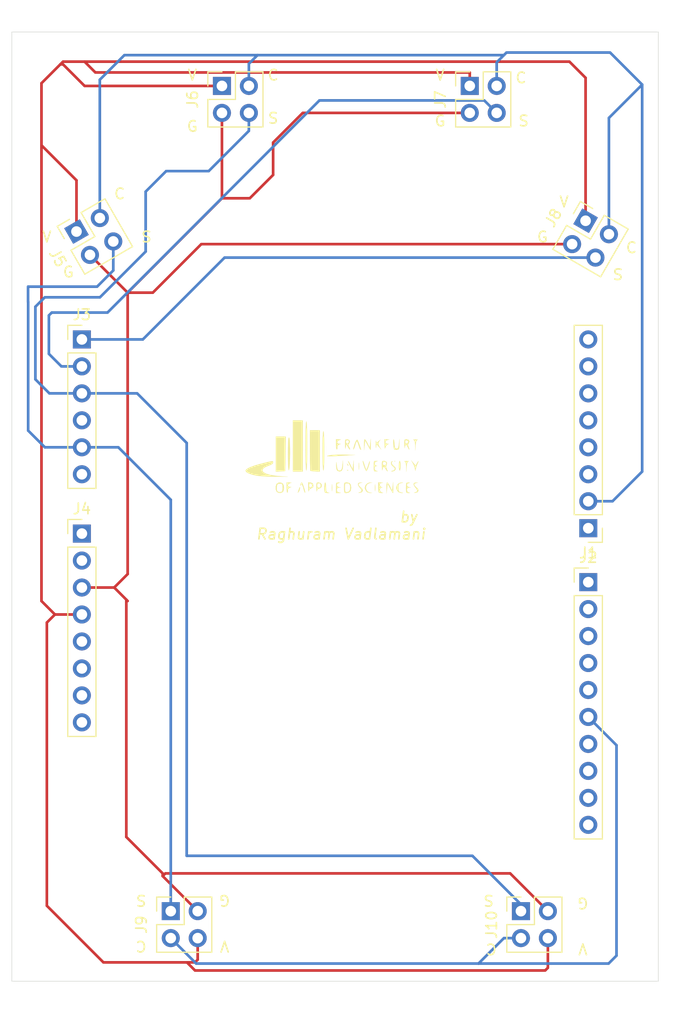
<source format=kicad_pcb>
(kicad_pcb (version 20171130) (host pcbnew "(5.1.6)-1")

  (general
    (thickness 1.6)
    (drawings 29)
    (tracks 128)
    (zones 0)
    (modules 11)
    (nets 33)
  )

  (page A4)
  (layers
    (0 F.Cu signal)
    (31 B.Cu signal)
    (32 B.Adhes user)
    (33 F.Adhes user)
    (34 B.Paste user)
    (35 F.Paste user)
    (36 B.SilkS user)
    (37 F.SilkS user)
    (38 B.Mask user)
    (39 F.Mask user)
    (40 Dwgs.User user)
    (41 Cmts.User user)
    (42 Eco1.User user)
    (43 Eco2.User user)
    (44 Edge.Cuts user)
    (45 Margin user)
    (46 B.CrtYd user)
    (47 F.CrtYd user)
    (48 B.Fab user)
    (49 F.Fab user)
  )

  (setup
    (last_trace_width 0.25)
    (trace_clearance 0.2)
    (zone_clearance 0.508)
    (zone_45_only no)
    (trace_min 0.2)
    (via_size 0.8)
    (via_drill 0.4)
    (via_min_size 0.4)
    (via_min_drill 0.3)
    (uvia_size 0.3)
    (uvia_drill 0.1)
    (uvias_allowed no)
    (uvia_min_size 0.2)
    (uvia_min_drill 0.1)
    (edge_width 0.05)
    (segment_width 0.2)
    (pcb_text_width 0.3)
    (pcb_text_size 1.5 1.5)
    (mod_edge_width 0.12)
    (mod_text_size 1 1)
    (mod_text_width 0.15)
    (pad_size 1.524 1.524)
    (pad_drill 0.762)
    (pad_to_mask_clearance 0.05)
    (aux_axis_origin 0 0)
    (visible_elements 7FFFFFFF)
    (pcbplotparams
      (layerselection 0x010fc_ffffffff)
      (usegerberextensions false)
      (usegerberattributes true)
      (usegerberadvancedattributes true)
      (creategerberjobfile true)
      (excludeedgelayer true)
      (linewidth 0.100000)
      (plotframeref false)
      (viasonmask false)
      (mode 1)
      (useauxorigin false)
      (hpglpennumber 1)
      (hpglpenspeed 20)
      (hpglpendiameter 15.000000)
      (psnegative false)
      (psa4output false)
      (plotreference true)
      (plotvalue true)
      (plotinvisibletext false)
      (padsonsilk false)
      (subtractmaskfromsilk false)
      (outputformat 1)
      (mirror false)
      (drillshape 1)
      (scaleselection 1)
      (outputdirectory ""))
  )

  (net 0 "")
  (net 1 "Net-(J1-Pad1)")
  (net 2 "Net-(J1-Pad2)")
  (net 3 "Net-(J1-Pad3)")
  (net 4 "Net-(J1-Pad4)")
  (net 5 "Net-(J1-Pad5)")
  (net 6 "Net-(J1-Pad6)")
  (net 7 "Net-(J1-Pad7)")
  (net 8 "Net-(J1-Pad8)")
  (net 9 "Net-(J2-Pad1)")
  (net 10 "Net-(J2-Pad2)")
  (net 11 "Net-(J2-Pad3)")
  (net 12 "Net-(J2-Pad4)")
  (net 13 "Net-(J2-Pad5)")
  (net 14 "Net-(J10-Pad2)")
  (net 15 "Net-(J2-Pad7)")
  (net 16 "Net-(J2-Pad8)")
  (net 17 "Net-(J2-Pad9)")
  (net 18 "Net-(J2-Pad10)")
  (net 19 "Net-(J3-Pad1)")
  (net 20 "Net-(J3-Pad2)")
  (net 21 "Net-(J10-Pad1)")
  (net 22 "Net-(J3-Pad4)")
  (net 23 "Net-(J3-Pad5)")
  (net 24 "Net-(J3-Pad6)")
  (net 25 "Net-(J4-Pad8)")
  (net 26 "Net-(J4-Pad7)")
  (net 27 "Net-(J4-Pad6)")
  (net 28 "Net-(J4-Pad5)")
  (net 29 "Net-(J10-Pad4)")
  (net 30 "Net-(J4-Pad2)")
  (net 31 "Net-(J4-Pad1)")
  (net 32 "Net-(J10-Pad3)")

  (net_class Default "This is the default net class."
    (clearance 0.2)
    (trace_width 0.25)
    (via_dia 0.8)
    (via_drill 0.4)
    (uvia_dia 0.3)
    (uvia_drill 0.1)
    (add_net "Net-(J1-Pad1)")
    (add_net "Net-(J1-Pad2)")
    (add_net "Net-(J1-Pad3)")
    (add_net "Net-(J1-Pad4)")
    (add_net "Net-(J1-Pad5)")
    (add_net "Net-(J1-Pad6)")
    (add_net "Net-(J1-Pad7)")
    (add_net "Net-(J1-Pad8)")
    (add_net "Net-(J10-Pad1)")
    (add_net "Net-(J10-Pad2)")
    (add_net "Net-(J10-Pad3)")
    (add_net "Net-(J10-Pad4)")
    (add_net "Net-(J2-Pad1)")
    (add_net "Net-(J2-Pad10)")
    (add_net "Net-(J2-Pad2)")
    (add_net "Net-(J2-Pad3)")
    (add_net "Net-(J2-Pad4)")
    (add_net "Net-(J2-Pad5)")
    (add_net "Net-(J2-Pad7)")
    (add_net "Net-(J2-Pad8)")
    (add_net "Net-(J2-Pad9)")
    (add_net "Net-(J3-Pad1)")
    (add_net "Net-(J3-Pad2)")
    (add_net "Net-(J3-Pad4)")
    (add_net "Net-(J3-Pad5)")
    (add_net "Net-(J3-Pad6)")
    (add_net "Net-(J4-Pad1)")
    (add_net "Net-(J4-Pad2)")
    (add_net "Net-(J4-Pad5)")
    (add_net "Net-(J4-Pad6)")
    (add_net "Net-(J4-Pad7)")
    (add_net "Net-(J4-Pad8)")
  )

  (module Connector_PinSocket_2.54mm:PinSocket_2x02_P2.54mm_Vertical (layer F.Cu) (tedit 5A19A426) (tstamp 5F109BAF)
    (at 114.808 65.532 120)
    (descr "Through hole straight socket strip, 2x02, 2.54mm pitch, double cols (from Kicad 4.0.7), script generated")
    (tags "Through hole socket strip THT 2x02 2.54mm double row")
    (path /5F11741C)
    (fp_text reference J5 (at -1.27 -2.77 120) (layer F.SilkS)
      (effects (font (size 1 1) (thickness 0.15)))
    )
    (fp_text value Conn_02x02_Top_Bottom (at -1.27 5.31 120) (layer F.Fab)
      (effects (font (size 1 1) (thickness 0.15)))
    )
    (fp_line (start -3.81 -1.27) (end 0.27 -1.27) (layer F.Fab) (width 0.1))
    (fp_line (start 0.27 -1.27) (end 1.27 -0.27) (layer F.Fab) (width 0.1))
    (fp_line (start 1.27 -0.27) (end 1.27 3.81) (layer F.Fab) (width 0.1))
    (fp_line (start 1.27 3.81) (end -3.81 3.81) (layer F.Fab) (width 0.1))
    (fp_line (start -3.81 3.81) (end -3.81 -1.27) (layer F.Fab) (width 0.1))
    (fp_line (start -3.87 -1.33) (end -1.27 -1.33) (layer F.SilkS) (width 0.12))
    (fp_line (start -3.87 -1.33) (end -3.87 3.87) (layer F.SilkS) (width 0.12))
    (fp_line (start -3.87 3.87) (end 1.33 3.87) (layer F.SilkS) (width 0.12))
    (fp_line (start 1.33 1.27) (end 1.33 3.87) (layer F.SilkS) (width 0.12))
    (fp_line (start -1.27 1.27) (end 1.33 1.27) (layer F.SilkS) (width 0.12))
    (fp_line (start -1.27 -1.33) (end -1.27 1.27) (layer F.SilkS) (width 0.12))
    (fp_line (start 1.33 -1.33) (end 1.33 0) (layer F.SilkS) (width 0.12))
    (fp_line (start 0 -1.33) (end 1.33 -1.33) (layer F.SilkS) (width 0.12))
    (fp_line (start -4.34 -1.8) (end 1.76 -1.8) (layer F.CrtYd) (width 0.05))
    (fp_line (start 1.76 -1.8) (end 1.76 4.3) (layer F.CrtYd) (width 0.05))
    (fp_line (start 1.76 4.3) (end -4.34 4.3) (layer F.CrtYd) (width 0.05))
    (fp_line (start -4.34 4.3) (end -4.34 -1.8) (layer F.CrtYd) (width 0.05))
    (fp_text user %R (at -1.27 1.27 30) (layer F.Fab)
      (effects (font (size 1 1) (thickness 0.15)))
    )
    (pad 1 thru_hole rect (at 0 0 120) (size 1.7 1.7) (drill 1) (layers *.Cu *.Mask)
      (net 29 "Net-(J10-Pad4)"))
    (pad 2 thru_hole oval (at -2.54 0 120) (size 1.7 1.7) (drill 1) (layers *.Cu *.Mask)
      (net 32 "Net-(J10-Pad3)"))
    (pad 3 thru_hole oval (at 0 2.54 120) (size 1.7 1.7) (drill 1) (layers *.Cu *.Mask)
      (net 2 "Net-(J1-Pad2)"))
    (pad 4 thru_hole oval (at -2.54 2.54 120) (size 1.7 1.7) (drill 1) (layers *.Cu *.Mask)
      (net 23 "Net-(J3-Pad5)"))
    (model ${KISYS3DMOD}/Connector_PinSocket_2.54mm.3dshapes/PinSocket_2x02_P2.54mm_Vertical.wrl
      (at (xyz 0 0 0))
      (scale (xyz 1 1.1 1.1))
      (rotate (xyz 0 0 0))
    )
  )

  (module logo:FHFrankfurtLogo (layer F.Cu) (tedit 0) (tstamp 5F1146AF)
    (at 139.192 86.868)
    (fp_text reference G*** (at 0 0) (layer F.SilkS) hide
      (effects (font (size 1.524 1.524) (thickness 0.3)))
    )
    (fp_text value LOGO (at 0.75 0) (layer F.SilkS) hide
      (effects (font (size 1.524 1.524) (thickness 0.3)))
    )
    (fp_poly (pts (xy 7.752658 -1.750618) (xy 7.799046 -1.731095) (xy 7.77223 -1.720419) (xy 7.681678 -1.651317)
      (xy 7.626803 -1.480032) (xy 7.597739 -1.201074) (xy 7.567352 -0.719666) (xy 7.551343 -1.200292)
      (xy 7.530002 -1.490196) (xy 7.482418 -1.649658) (xy 7.396482 -1.716975) (xy 7.387167 -1.719637)
      (xy 7.366767 -1.742981) (xy 7.487928 -1.756769) (xy 7.577667 -1.758357) (xy 7.752658 -1.750618)) (layer F.SilkS) (width 0.01))
    (fp_poly (pts (xy 6.930579 -1.720503) (xy 7.009499 -1.579114) (xy 6.945423 -1.400483) (xy 6.939691 -1.393414)
      (xy 6.876155 -1.253901) (xy 6.922263 -1.069906) (xy 6.933389 -1.044885) (xy 6.995112 -0.875857)
      (xy 6.999566 -0.790677) (xy 6.94855 -0.83529) (xy 6.869172 -0.989532) (xy 6.859125 -1.013285)
      (xy 6.750692 -1.215756) (xy 6.664053 -1.250759) (xy 6.601485 -1.118443) (xy 6.580581 -0.994833)
      (xy 6.561915 -0.927931) (xy 6.545054 -1.012226) (xy 6.533403 -1.229587) (xy 6.532883 -1.248833)
      (xy 6.529389 -1.524) (xy 6.604 -1.524) (xy 6.646852 -1.385039) (xy 6.752167 -1.370785)
      (xy 6.878126 -1.45427) (xy 6.900334 -1.524) (xy 6.829949 -1.643548) (xy 6.752167 -1.677215)
      (xy 6.632155 -1.647763) (xy 6.604 -1.524) (xy 6.529389 -1.524) (xy 6.529219 -1.537386)
      (xy 6.54687 -1.695736) (xy 6.600635 -1.762886) (xy 6.705311 -1.77784) (xy 6.733657 -1.778)
      (xy 6.930579 -1.720503)) (layer F.SilkS) (width 0.01))
    (fp_poly (pts (xy 6.063459 -1.312333) (xy 6.05337 -1.03011) (xy 6.024235 -0.875166) (xy 5.956938 -0.805447)
      (xy 5.832363 -0.778899) (xy 5.820352 -0.777496) (xy 5.628344 -0.793726) (xy 5.550187 -0.862163)
      (xy 5.5155 -1.034099) (xy 5.493027 -1.268804) (xy 5.484683 -1.509111) (xy 5.492387 -1.697855)
      (xy 5.518057 -1.777869) (xy 5.519465 -1.778) (xy 5.557217 -1.701606) (xy 5.590177 -1.505387)
      (xy 5.604742 -1.3335) (xy 5.629103 -1.070435) (xy 5.674681 -0.936435) (xy 5.759119 -0.891268)
      (xy 5.799667 -0.889) (xy 5.901475 -0.915097) (xy 5.96454 -1.019197) (xy 6.007271 -1.240014)
      (xy 6.021126 -1.354666) (xy 6.073251 -1.820333) (xy 6.063459 -1.312333)) (layer F.SilkS) (width 0.01))
    (fp_poly (pts (xy 4.931834 -1.765314) (xy 5.104915 -1.754914) (xy 5.116241 -1.74171) (xy 4.974167 -1.717357)
      (xy 4.800277 -1.641565) (xy 4.731662 -1.518516) (xy 4.77458 -1.402705) (xy 4.931834 -1.348716)
      (xy 5.062933 -1.339073) (xy 5.03137 -1.308468) (xy 4.953 -1.276801) (xy 4.812765 -1.151058)
      (xy 4.730184 -0.965252) (xy 4.700083 -0.880929) (xy 4.679672 -0.955392) (xy 4.667878 -1.193438)
      (xy 4.666684 -1.248833) (xy 4.656667 -1.778) (xy 4.931834 -1.765314)) (layer F.SilkS) (width 0.01))
    (fp_poly (pts (xy 4.277423 -1.72709) (xy 4.211561 -1.644333) (xy 4.092174 -1.460915) (xy 4.08412 -1.287586)
      (xy 4.190024 -1.066491) (xy 4.241391 -0.986737) (xy 4.340671 -0.834697) (xy 4.352127 -0.803271)
      (xy 4.267259 -0.895551) (xy 4.163594 -1.015022) (xy 3.908407 -1.310378) (xy 3.872753 -1.015022)
      (xy 3.855222 -0.941286) (xy 3.841884 -1.019481) (xy 3.835308 -1.232211) (xy 3.83508 -1.27)
      (xy 3.839011 -1.514985) (xy 3.851254 -1.643253) (xy 3.869238 -1.629509) (xy 3.870829 -1.621618)
      (xy 3.908597 -1.422903) (xy 4.13386 -1.621618) (xy 4.263428 -1.731367) (xy 4.277423 -1.72709)) (layer F.SilkS) (width 0.01))
    (fp_poly (pts (xy 3.373365 -1.291166) (xy 3.3743 -1.017059) (xy 3.363572 -0.825828) (xy 3.34576 -0.762)
      (xy 3.287899 -0.830605) (xy 3.179405 -1.008617) (xy 3.070989 -1.2065) (xy 2.837125 -1.651)
      (xy 2.78703 -1.185333) (xy 2.736934 -0.719666) (xy 2.723134 -1.248833) (xy 2.728223 -1.540951)
      (xy 2.757647 -1.727915) (xy 2.795101 -1.778) (xy 2.877611 -1.70805) (xy 2.995118 -1.529044)
      (xy 3.070267 -1.385753) (xy 3.259667 -0.993507) (xy 3.309865 -1.40692) (xy 3.360064 -1.820333)
      (xy 3.373365 -1.291166)) (layer F.SilkS) (width 0.01))
    (fp_poly (pts (xy 2.107356 -1.72949) (xy 2.164418 -1.620371) (xy 2.250214 -1.41111) (xy 2.342202 -1.162946)
      (xy 2.417835 -0.937117) (xy 2.454571 -0.794864) (xy 2.455334 -0.784254) (xy 2.401251 -0.786648)
      (xy 2.38108 -0.797897) (xy 2.3182 -0.901073) (xy 2.242831 -1.110898) (xy 2.207367 -1.238781)
      (xy 2.124524 -1.479089) (xy 2.042972 -1.551701) (xy 1.968373 -1.456349) (xy 1.916342 -1.252533)
      (xy 1.849105 -1.019421) (xy 1.778934 -0.871533) (xy 1.718136 -0.791687) (xy 1.712817 -0.849248)
      (xy 1.736072 -0.968978) (xy 1.815408 -1.259822) (xy 1.913237 -1.51034) (xy 2.011154 -1.682829)
      (xy 2.090752 -1.739588) (xy 2.107356 -1.72949)) (layer F.SilkS) (width 0.01))
    (fp_poly (pts (xy 1.321733 -1.717251) (xy 1.402128 -1.572763) (xy 1.349107 -1.401176) (xy 1.321447 -1.369828)
      (xy 1.244009 -1.260034) (xy 1.272165 -1.138237) (xy 1.329805 -1.043551) (xy 1.410489 -0.883517)
      (xy 1.414712 -0.793823) (xy 1.349515 -0.828747) (xy 1.246348 -0.974533) (xy 1.215593 -1.029298)
      (xy 1.064033 -1.312333) (xy 1.008829 -1.016) (xy 0.978991 -0.884897) (xy 0.95994 -0.89029)
      (xy 0.948216 -1.044314) (xy 0.942479 -1.248833) (xy 0.940616 -1.524) (xy 1.016 -1.524)
      (xy 1.071952 -1.386657) (xy 1.18967 -1.362397) (xy 1.293945 -1.464746) (xy 1.297441 -1.473389)
      (xy 1.298027 -1.627837) (xy 1.158281 -1.692338) (xy 1.128889 -1.693333) (xy 1.037314 -1.622724)
      (xy 1.016 -1.524) (xy 0.940616 -1.524) (xy 0.940523 -1.537616) (xy 0.959495 -1.696117)
      (xy 1.013476 -1.763246) (xy 1.116544 -1.777917) (xy 1.133942 -1.778) (xy 1.321733 -1.717251)) (layer F.SilkS) (width 0.01))
    (fp_poly (pts (xy 0.359834 -1.767983) (xy 0.531841 -1.758017) (xy 0.545369 -1.739449) (xy 0.423334 -1.704483)
      (xy 0.259916 -1.615375) (xy 0.19876 -1.490906) (xy 0.248046 -1.384794) (xy 0.369241 -1.3493)
      (xy 0.550334 -1.343933) (xy 0.36641 -1.269794) (xy 0.228575 -1.157363) (xy 0.22562 -1.030716)
      (xy 0.221365 -0.870758) (xy 0.176709 -0.808892) (xy 0.120425 -0.843835) (xy 0.090481 -1.038147)
      (xy 0.084667 -1.265003) (xy 0.084667 -1.778) (xy 0.359834 -1.767983)) (layer F.SilkS) (width 0.01))
    (fp_poly (pts (xy 1.016 -0.322638) (xy 1.905 -0.296333) (xy 0.571339 -0.211666) (xy 0.1183 -0.186336)
      (xy -0.268748 -0.171238) (xy -0.561364 -0.166955) (xy -0.731103 -0.174068) (xy -0.762161 -0.184408)
      (xy -0.682108 -0.234891) (xy -0.461066 -0.276668) (xy -0.127252 -0.307545) (xy 0.291115 -0.325328)
      (xy 0.765818 -0.327824) (xy 1.016 -0.322638)) (layer F.SilkS) (width 0.01))
    (fp_poly (pts (xy 5.672667 0.296334) (xy 5.630334 0.338667) (xy 5.588 0.296334) (xy 5.630334 0.254)
      (xy 5.672667 0.296334)) (layer F.SilkS) (width 0.01))
    (fp_poly (pts (xy 1.184689 0.55915) (xy 1.19584 0.570089) (xy 1.262716 0.681097) (xy 1.253649 0.721907)
      (xy 1.190667 0.696499) (xy 1.148444 0.617485) (xy 1.122666 0.51857) (xy 1.184689 0.55915)) (layer F.SilkS) (width 0.01))
    (fp_poly (pts (xy 6.142367 0.330552) (xy 6.17312 0.528025) (xy 6.180667 0.719667) (xy 6.166748 0.974682)
      (xy 6.130844 1.143823) (xy 6.096 1.185334) (xy 6.049634 1.108782) (xy 6.018881 0.911309)
      (xy 6.011334 0.719667) (xy 6.025252 0.464652) (xy 6.061156 0.29551) (xy 6.096 0.254)
      (xy 6.142367 0.330552)) (layer F.SilkS) (width 0.01))
    (fp_poly (pts (xy 1.241778 1.128889) (xy 1.230156 1.179223) (xy 1.185334 1.185334) (xy 1.115643 1.154355)
      (xy 1.128889 1.128889) (xy 1.229369 1.118756) (xy 1.241778 1.128889)) (layer F.SilkS) (width 0.01))
    (fp_poly (pts (xy -1.070632 -2.456821) (xy -1.04676 -2.213041) (xy -1.029442 -1.817294) (xy -1.01907 -1.278213)
      (xy -1.016 -0.677333) (xy -1.019781 -0.016581) (xy -1.030862 0.508612) (xy -1.04885 0.889611)
      (xy -1.073354 1.117782) (xy -1.100666 1.185334) (xy -1.130701 1.102155) (xy -1.154573 0.858375)
      (xy -1.171891 0.462628) (xy -1.182263 -0.076454) (xy -1.185333 -0.677333) (xy -1.181552 -1.338086)
      (xy -1.170471 -1.863278) (xy -1.152483 -2.244277) (xy -1.127979 -2.472449) (xy -1.100666 -2.54)
      (xy -1.070632 -2.456821)) (layer F.SilkS) (width 0.01))
    (fp_poly (pts (xy -2.681786 -3.387758) (xy -2.659373 -3.141258) (xy -2.642324 -2.738169) (xy -2.630869 -2.18483)
      (xy -2.625239 -1.487576) (xy -2.624666 -1.143) (xy -2.627706 -0.385462) (xy -2.636669 0.230902)
      (xy -2.651327 0.699756) (xy -2.671448 1.014763) (xy -2.696803 1.169586) (xy -2.709333 1.185334)
      (xy -2.73688 1.101759) (xy -2.759293 0.855258) (xy -2.776342 0.45217) (xy -2.787797 -0.10117)
      (xy -2.793427 -0.798424) (xy -2.794 -1.143) (xy -2.790961 -1.900537) (xy -2.781997 -2.516902)
      (xy -2.767339 -2.985756) (xy -2.747218 -3.300763) (xy -2.721863 -3.455586) (xy -2.709333 -3.471333)
      (xy -2.681786 -3.387758)) (layer F.SilkS) (width 0.01))
    (fp_poly (pts (xy -4.302567 -1.86815) (xy -4.276386 -1.652083) (xy -4.258474 -1.331354) (xy -4.248592 -0.938187)
      (xy -4.2465 -0.504804) (xy -4.251959 -0.063429) (xy -4.264728 0.353715) (xy -4.284569 0.714407)
      (xy -4.311243 0.986422) (xy -4.344508 1.137538) (xy -4.360333 1.157185) (xy -4.393041 1.085916)
      (xy -4.418148 0.852836) (xy -4.435248 0.465317) (xy -4.443936 -0.069273) (xy -4.445 -0.381)
      (xy -4.442381 -0.958929) (xy -4.433701 -1.385584) (xy -4.417721 -1.678956) (xy -4.393205 -1.857034)
      (xy -4.358914 -1.937809) (xy -4.337257 -1.947333) (xy -4.302567 -1.86815)) (layer F.SilkS) (width 0.01))
    (fp_poly (pts (xy 7.596986 0.710935) (xy 7.732103 0.461301) (xy 7.822242 0.313676) (xy 7.868989 0.27381)
      (xy 7.87061 0.280733) (xy 7.836484 0.40177) (xy 7.773657 0.534733) (xy 7.686578 0.748801)
      (xy 7.615425 1.009256) (xy 7.614061 1.016) (xy 7.575093 1.191614) (xy 7.555075 1.209351)
      (xy 7.54507 1.08434) (xy 7.497233 0.864578) (xy 7.390406 0.601239) (xy 7.35507 0.534006)
      (xy 7.174806 0.211667) (xy 7.596986 0.710935)) (layer F.SilkS) (width 0.01))
    (fp_poly (pts (xy 6.905991 0.281382) (xy 6.952379 0.300905) (xy 6.925563 0.311581) (xy 6.835011 0.380683)
      (xy 6.780136 0.551968) (xy 6.751073 0.830926) (xy 6.720685 1.312334) (xy 6.704676 0.831708)
      (xy 6.683336 0.541804) (xy 6.635751 0.382342) (xy 6.549815 0.315025) (xy 6.5405 0.312363)
      (xy 6.5201 0.289019) (xy 6.641261 0.275231) (xy 6.731 0.273643) (xy 6.905991 0.281382)) (layer F.SilkS) (width 0.01))
    (fp_poly (pts (xy 5.448808 0.29206) (xy 5.420784 0.309739) (xy 5.338193 0.424578) (xy 5.38076 0.582769)
      (xy 5.487349 0.693699) (xy 5.642216 0.832484) (xy 5.706305 0.913876) (xy 5.716058 1.064003)
      (xy 5.606657 1.196774) (xy 5.424908 1.261201) (xy 5.387133 1.261561) (xy 5.273035 1.250668)
      (xy 5.313216 1.224799) (xy 5.41239 1.195725) (xy 5.606065 1.099606) (xy 5.634318 0.971529)
      (xy 5.496025 0.82052) (xy 5.462009 0.797209) (xy 5.316453 0.643539) (xy 5.265173 0.469485)
      (xy 5.315054 0.331223) (xy 5.399617 0.288149) (xy 5.448808 0.29206)) (layer F.SilkS) (width 0.01))
    (fp_poly (pts (xy 4.816637 0.317223) (xy 4.902288 0.473677) (xy 4.849752 0.667675) (xy 4.810926 0.838831)
      (xy 4.880786 1.037167) (xy 4.95733 1.215101) (xy 4.947644 1.26236) (xy 4.867659 1.183314)
      (xy 4.74373 0.999587) (xy 4.635844 0.843782) (xy 4.564369 0.823815) (xy 4.50644 0.951238)
      (xy 4.459779 1.143) (xy 4.4396 1.155909) (xy 4.422629 1.027298) (xy 4.412522 0.78498)
      (xy 4.412488 0.783167) (xy 4.411002 0.508) (xy 4.487334 0.508) (xy 4.547202 0.649504)
      (xy 4.656667 0.677334) (xy 4.798171 0.617465) (xy 4.826 0.508) (xy 4.766132 0.366496)
      (xy 4.656667 0.338667) (xy 4.515163 0.398535) (xy 4.487334 0.508) (xy 4.411002 0.508)
      (xy 4.410929 0.494568) (xy 4.429915 0.336205) (xy 4.484522 0.269069) (xy 4.589825 0.254151)
      (xy 4.616991 0.254) (xy 4.816637 0.317223)) (layer F.SilkS) (width 0.01))
    (fp_poly (pts (xy 3.8735 0.26553) (xy 4.018842 0.277073) (xy 4.00296 0.295197) (xy 3.915834 0.313752)
      (xy 3.768746 0.401319) (xy 3.727116 0.542426) (xy 3.798365 0.668708) (xy 3.8735 0.703637)
      (xy 3.977847 0.735815) (xy 3.917723 0.749081) (xy 3.8735 0.752179) (xy 3.749455 0.82181)
      (xy 3.717219 0.96442) (xy 3.770764 1.11478) (xy 3.904061 1.207659) (xy 3.915834 1.210248)
      (xy 4.027499 1.237067) (xy 3.982949 1.251598) (xy 3.8735 1.25847) (xy 3.744619 1.256924)
      (xy 3.675044 1.210002) (xy 3.646498 1.07873) (xy 3.640704 0.824139) (xy 3.640667 0.762)
      (xy 3.6443 0.480985) (xy 3.667386 0.330328) (xy 3.7282 0.271057) (xy 3.845019 0.264201)
      (xy 3.8735 0.26553)) (layer F.SilkS) (width 0.01))
    (fp_poly (pts (xy 2.668942 0.328489) (xy 2.740747 0.519375) (xy 2.785854 0.677473) (xy 2.857884 0.907646)
      (xy 2.926167 1.043463) (xy 2.959579 1.060654) (xy 3.019278 0.961439) (xy 3.096141 0.75598)
      (xy 3.132736 0.634753) (xy 3.202757 0.418242) (xy 3.260414 0.297825) (xy 3.279976 0.288421)
      (xy 3.278865 0.385758) (xy 3.230394 0.58202) (xy 3.153655 0.820382) (xy 3.067741 1.044019)
      (xy 2.991742 1.196108) (xy 2.964687 1.226831) (xy 2.904074 1.17662) (xy 2.814693 1.002809)
      (xy 2.722712 0.76216) (xy 2.643648 0.501374) (xy 2.605266 0.318053) (xy 2.614212 0.254)
      (xy 2.668942 0.328489)) (layer F.SilkS) (width 0.01))
    (fp_poly (pts (xy 2.260385 0.470272) (xy 2.262581 0.486834) (xy 2.276593 0.783719) (xy 2.262581 1.037167)
      (xy 2.24598 1.101069) (xy 2.233836 1.014628) (xy 2.228503 0.796824) (xy 2.228433 0.762)
      (xy 2.232768 0.529395) (xy 2.244204 0.425826) (xy 2.260385 0.470272)) (layer F.SilkS) (width 0.01))
    (fp_poly (pts (xy 1.764699 0.740834) (xy 1.766351 1.014951) (xy 1.757496 1.206184) (xy 1.742026 1.27)
      (xy 1.68656 1.201645) (xy 1.576837 1.02302) (xy 1.446017 0.789898) (xy 1.318178 0.538425)
      (xy 1.238573 0.351096) (xy 1.224118 0.27166) (xy 1.278257 0.318726) (xy 1.376871 0.480404)
      (xy 1.456627 0.636009) (xy 1.651 1.038493) (xy 1.701199 0.62508) (xy 1.751397 0.211667)
      (xy 1.764699 0.740834)) (layer F.SilkS) (width 0.01))
    (fp_poly (pts (xy 0.7482 0.639234) (xy 0.725683 0.988551) (xy 0.626955 1.194934) (xy 0.446347 1.269387)
      (xy 0.423334 1.27) (xy 0.245557 1.213514) (xy 0.186267 1.1684) (xy 0.129073 1.027872)
      (xy 0.099259 0.784633) (xy 0.098217 0.639234) (xy 0.108316 0.421323) (xy 0.120891 0.366542)
      (xy 0.138021 0.468687) (xy 0.142239 0.508) (xy 0.185541 0.85282) (xy 0.237413 1.058472)
      (xy 0.311732 1.15504) (xy 0.422378 1.172608) (xy 0.447493 1.169663) (xy 0.55963 1.129831)
      (xy 0.626937 1.022316) (xy 0.669808 0.804794) (xy 0.6847 0.677334) (xy 0.734399 0.211667)
      (xy 0.7482 0.639234)) (layer F.SilkS) (width 0.01))
    (fp_poly (pts (xy -1.439333 1.278371) (xy -1.863735 1.259006) (xy -2.115466 1.240301) (xy -2.288196 1.213997)
      (xy -2.329402 1.198376) (xy -2.341331 1.105395) (xy -2.351908 0.867771) (xy -2.360606 0.510192)
      (xy -2.366896 0.057346) (xy -2.370253 -0.466079) (xy -2.370666 -0.733778) (xy -2.370666 -2.624666)
      (xy -1.439333 -2.624666) (xy -1.439333 1.278371)) (layer F.SilkS) (width 0.01))
    (fp_poly (pts (xy -3.048 1.27) (xy -3.979333 1.27) (xy -3.979333 -3.556) (xy -3.048 -3.556)
      (xy -3.048 1.27)) (layer F.SilkS) (width 0.01))
    (fp_poly (pts (xy -4.676005 -0.402166) (xy -4.699 1.227667) (xy -5.588 1.278849) (xy -5.588 -2.032)
      (xy -4.65301 -2.032) (xy -4.676005 -0.402166)) (layer F.SilkS) (width 0.01))
    (fp_poly (pts (xy -5.865062 0.303309) (xy -5.843722 0.346128) (xy -5.841999 0.413922) (xy -5.842 0.414916)
      (xy -5.892408 0.536841) (xy -6.062838 0.643755) (xy -6.258817 0.717503) (xy -6.61724 0.869539)
      (xy -6.813793 1.027566) (xy -6.855441 1.184569) (xy -6.749148 1.333532) (xy -6.501879 1.467439)
      (xy -6.120596 1.579274) (xy -5.612264 1.662022) (xy -5.291666 1.691835) (xy -4.445 1.75289)
      (xy -5.630333 1.757804) (xy -6.127987 1.751214) (xy -6.627413 1.729669) (xy -7.073239 1.696453)
      (xy -7.410097 1.654852) (xy -7.432919 1.650856) (xy -7.859705 1.551926) (xy -8.18562 1.432531)
      (xy -8.388886 1.303253) (xy -8.447722 1.174675) (xy -8.44396 1.159547) (xy -8.312429 1.010395)
      (xy -8.017981 0.853056) (xy -7.56668 0.690248) (xy -7.109033 0.561044) (xy -6.628316 0.437326)
      (xy -6.287646 0.352472) (xy -6.062938 0.303703) (xy -5.930105 0.288241) (xy -5.865062 0.303309)) (layer F.SilkS) (width 0.01))
    (fp_poly (pts (xy 7.831667 2.30906) (xy 7.641167 2.345752) (xy 7.481998 2.424164) (xy 7.473593 2.55333)
      (xy 7.614425 2.709973) (xy 7.667521 2.74728) (xy 7.836369 2.920475) (xy 7.863653 3.094579)
      (xy 7.756603 3.227145) (xy 7.577667 3.274851) (xy 7.445194 3.274819) (xy 7.469151 3.252231)
      (xy 7.493 3.245466) (xy 7.699332 3.160383) (xy 7.748379 3.041488) (xy 7.64451 2.86715)
      (xy 7.583044 2.799613) (xy 7.426824 2.581477) (xy 7.40199 2.409787) (xy 7.505653 2.310715)
      (xy 7.63851 2.29753) (xy 7.831667 2.30906)) (layer F.SilkS) (width 0.01))
    (fp_poly (pts (xy 6.9215 2.29753) (xy 7.066842 2.309073) (xy 7.05096 2.327197) (xy 6.963834 2.345752)
      (xy 6.806091 2.437731) (xy 6.773334 2.54) (xy 6.84781 2.684808) (xy 6.963834 2.734248)
      (xy 7.154334 2.77094) (xy 6.963834 2.78247) (xy 6.813966 2.838299) (xy 6.773334 2.999778)
      (xy 6.827317 3.177014) (xy 6.963834 3.242248) (xy 7.075499 3.269067) (xy 7.030949 3.283598)
      (xy 6.9215 3.29047) (xy 6.792619 3.288924) (xy 6.723044 3.242002) (xy 6.694498 3.11073)
      (xy 6.688704 2.856139) (xy 6.688667 2.794) (xy 6.6923 2.512985) (xy 6.715386 2.362328)
      (xy 6.7762 2.303057) (xy 6.893019 2.296201) (xy 6.9215 2.29753)) (layer F.SilkS) (width 0.01))
    (fp_poly (pts (xy 6.248968 2.296017) (xy 6.398282 2.305071) (xy 6.393095 2.321606) (xy 6.227885 2.359304)
      (xy 6.223 2.360349) (xy 6.0656 2.408654) (xy 5.991629 2.499388) (xy 5.969979 2.68566)
      (xy 5.969 2.794) (xy 5.978808 3.031168) (xy 6.028971 3.152366) (xy 6.150597 3.210707)
      (xy 6.223 3.227651) (xy 6.391409 3.265902) (xy 6.399686 3.282722) (xy 6.253353 3.29179)
      (xy 6.248968 3.291983) (xy 6.001694 3.225478) (xy 5.889134 3.113828) (xy 5.789009 2.924603)
      (xy 5.757334 2.794) (xy 5.828284 2.557018) (xy 6.004222 2.37224) (xy 6.229781 2.295751)
      (xy 6.248968 2.296017)) (layer F.SilkS) (width 0.01))
    (fp_poly (pts (xy 5.490032 2.772834) (xy 5.490966 3.046941) (xy 5.480239 3.238172) (xy 5.462426 3.302)
      (xy 5.404566 3.233395) (xy 5.296072 3.055383) (xy 5.187656 2.8575) (xy 4.953792 2.413)
      (xy 4.903696 2.878667) (xy 4.853601 3.344334) (xy 4.839801 2.815167) (xy 4.84489 2.523049)
      (xy 4.874314 2.336085) (xy 4.911767 2.286) (xy 4.994278 2.35595) (xy 5.111785 2.534956)
      (xy 5.186934 2.678247) (xy 5.376334 3.070493) (xy 5.426532 2.65708) (xy 5.476731 2.243667)
      (xy 5.490032 2.772834)) (layer F.SilkS) (width 0.01))
    (fp_poly (pts (xy 4.339167 2.298686) (xy 4.507192 2.309524) (xy 4.514129 2.323862) (xy 4.390666 2.345759)
      (xy 4.229584 2.401314) (xy 4.203596 2.517356) (xy 4.208855 2.540205) (xy 4.308809 2.692303)
      (xy 4.390189 2.737311) (xy 4.480201 2.768394) (xy 4.404738 2.782561) (xy 4.3815 2.784179)
      (xy 4.257455 2.85381) (xy 4.225219 2.99642) (xy 4.278764 3.14678) (xy 4.412061 3.239659)
      (xy 4.423834 3.242248) (xy 4.544147 3.269606) (xy 4.506276 3.283412) (xy 4.395611 3.29047)
      (xy 4.210039 3.27947) (xy 4.120445 3.245556) (xy 4.088735 3.135324) (xy 4.068257 2.913395)
      (xy 4.064 2.737556) (xy 4.064 2.286) (xy 4.339167 2.298686)) (layer F.SilkS) (width 0.01))
    (fp_poly (pts (xy 3.784385 2.502272) (xy 3.786581 2.518834) (xy 3.800593 2.815719) (xy 3.786581 3.069167)
      (xy 3.76998 3.133069) (xy 3.757836 3.046628) (xy 3.752503 2.828824) (xy 3.752433 2.794)
      (xy 3.756768 2.561395) (xy 3.768204 2.457826) (xy 3.784385 2.502272)) (layer F.SilkS) (width 0.01))
    (fp_poly (pts (xy 3.285634 2.298686) (xy 3.513667 2.311372) (xy 3.276255 2.347085) (xy 3.05574 2.447815)
      (xy 2.934805 2.635056) (xy 2.91344 2.858368) (xy 2.991633 3.067309) (xy 3.169375 3.21144)
      (xy 3.276439 3.240933) (xy 3.513667 3.276629) (xy 3.285634 3.289314) (xy 3.039811 3.22682)
      (xy 2.925801 3.113828) (xy 2.825676 2.924603) (xy 2.794 2.794) (xy 2.864619 2.556754)
      (xy 3.0399 2.373064) (xy 3.264978 2.298206) (xy 3.285634 2.298686)) (layer F.SilkS) (width 0.01))
    (fp_poly (pts (xy 2.582334 2.30906) (xy 2.391834 2.345752) (xy 2.232664 2.424164) (xy 2.22426 2.55333)
      (xy 2.365092 2.709973) (xy 2.418188 2.74728) (xy 2.587036 2.920475) (xy 2.61432 3.094579)
      (xy 2.507269 3.227145) (xy 2.328334 3.274851) (xy 2.19586 3.274819) (xy 2.219818 3.252231)
      (xy 2.243667 3.245466) (xy 2.449999 3.160383) (xy 2.499045 3.041488) (xy 2.395176 2.86715)
      (xy 2.333711 2.799613) (xy 2.17749 2.581477) (xy 2.152657 2.409787) (xy 2.256319 2.310715)
      (xy 2.389176 2.29753) (xy 2.582334 2.30906)) (layer F.SilkS) (width 0.01))
    (fp_poly (pts (xy 1.335686 2.334471) (xy 1.476802 2.493096) (xy 1.523803 2.781699) (xy 1.524 2.807955)
      (xy 1.467365 3.091575) (xy 1.293343 3.254139) (xy 1.021566 3.302) (xy 0.924059 3.284864)
      (xy 0.871376 3.207467) (xy 0.850097 3.030831) (xy 0.846667 2.794) (xy 0.846741 2.788376)
      (xy 0.931334 2.788376) (xy 0.940745 3.045801) (xy 0.978968 3.174882) (xy 1.060983 3.216044)
      (xy 1.0903 3.217334) (xy 1.278689 3.156311) (xy 1.350077 3.095864) (xy 1.412759 2.930851)
      (xy 1.42457 2.70057) (xy 1.423944 2.693698) (xy 1.380858 2.494027) (xy 1.272857 2.406911)
      (xy 1.164167 2.38621) (xy 1.027059 2.37992) (xy 0.958212 2.429305) (xy 0.934139 2.574934)
      (xy 0.931334 2.788376) (xy 0.846741 2.788376) (xy 0.850417 2.512764) (xy 0.874081 2.360961)
      (xy 0.936275 2.298697) (xy 1.055616 2.286078) (xy 1.083734 2.286) (xy 1.335686 2.334471)) (layer F.SilkS) (width 0.01))
    (fp_poly (pts (xy 0.3175 2.29753) (xy 0.462842 2.309073) (xy 0.44696 2.327197) (xy 0.359834 2.345752)
      (xy 0.202091 2.437731) (xy 0.169334 2.54) (xy 0.24381 2.684808) (xy 0.359834 2.734248)
      (xy 0.550334 2.77094) (xy 0.359834 2.78247) (xy 0.210032 2.838222) (xy 0.169334 3.000043)
      (xy 0.210704 3.162135) (xy 0.365194 3.235014) (xy 0.402167 3.241357) (xy 0.544509 3.265781)
      (xy 0.532549 3.278956) (xy 0.359834 3.289314) (xy 0.084667 3.302) (xy 0.084667 2.794)
      (xy 0.0883 2.512985) (xy 0.111386 2.362328) (xy 0.1722 2.303057) (xy 0.289019 2.296201)
      (xy 0.3175 2.29753)) (layer F.SilkS) (width 0.01))
    (fp_poly (pts (xy -0.279615 2.502272) (xy -0.277419 2.518834) (xy -0.263407 2.815719) (xy -0.277419 3.069167)
      (xy -0.29402 3.133069) (xy -0.306164 3.046628) (xy -0.311497 2.828824) (xy -0.311567 2.794)
      (xy -0.307232 2.561395) (xy -0.295796 2.457826) (xy -0.279615 2.502272)) (layer F.SilkS) (width 0.01))
    (fp_poly (pts (xy -0.884712 2.362499) (xy -0.853961 2.559609) (xy -0.846666 2.745778) (xy -0.838849 3.014694)
      (xy -0.80396 3.159277) (xy -0.724842 3.22424) (xy -0.656166 3.242248) (xy -0.535853 3.269606)
      (xy -0.573724 3.283412) (xy -0.684389 3.29047) (xy -0.869961 3.27947) (xy -0.959555 3.245556)
      (xy -0.997428 3.130669) (xy -1.014444 2.922137) (xy -1.012296 2.677549) (xy -0.992679 2.454496)
      (xy -0.957286 2.310571) (xy -0.931333 2.286) (xy -0.884712 2.362499)) (layer F.SilkS) (width 0.01))
    (fp_poly (pts (xy -1.362402 2.351153) (xy -1.251352 2.510939) (xy -1.270652 2.711845) (xy -1.281386 2.732687)
      (xy -1.423676 2.855506) (xy -1.522583 2.878667) (xy -1.661103 2.947499) (xy -1.717357 3.1115)
      (xy -1.73659 3.156744) (xy -1.753664 3.054735) (xy -1.765006 2.827546) (xy -1.765314 2.815167)
      (xy -1.767744 2.582334) (xy -1.693333 2.582334) (xy -1.653646 2.748315) (xy -1.524 2.794)
      (xy -1.391215 2.744391) (xy -1.354666 2.582334) (xy -1.394353 2.416352) (xy -1.524 2.370667)
      (xy -1.656785 2.420276) (xy -1.693333 2.582334) (xy -1.767744 2.582334) (xy -1.768327 2.526524)
      (xy -1.750159 2.368114) (xy -1.696378 2.30097) (xy -1.592549 2.286126) (xy -1.569312 2.286)
      (xy -1.362402 2.351153)) (layer F.SilkS) (width 0.01))
    (fp_poly (pts (xy -2.307166 2.301543) (xy -2.125481 2.362513) (xy -2.052666 2.522701) (xy -2.047828 2.558214)
      (xy -2.060245 2.73859) (xy -2.181937 2.826617) (xy -2.233472 2.84134) (xy -2.419176 2.956832)
      (xy -2.480125 3.11946) (xy -2.498915 3.160117) (xy -2.515678 3.054304) (xy -2.526934 2.824881)
      (xy -2.527314 2.809543) (xy -2.532703 2.582334) (xy -2.455333 2.582334) (xy -2.426078 2.746538)
      (xy -2.322501 2.780448) (xy -2.307166 2.777882) (xy -2.185249 2.682009) (xy -2.159 2.582334)
      (xy -2.223224 2.432539) (xy -2.307166 2.386785) (xy -2.419466 2.409403) (xy -2.455077 2.559191)
      (xy -2.455333 2.582334) (xy -2.532703 2.582334) (xy -2.54 2.274753) (xy -2.307166 2.301543)) (layer F.SilkS) (width 0.01))
    (fp_poly (pts (xy -3.084442 2.35906) (xy -3.006961 2.541725) (xy -2.924441 2.779222) (xy -2.854695 3.016776)
      (xy -2.815536 3.199616) (xy -2.818909 3.270465) (xy -2.869256 3.232074) (xy -2.918879 3.114858)
      (xy -2.985029 2.883851) (xy -3.016721 2.753477) (xy -3.074545 2.593319) (xy -3.149016 2.490693)
      (xy -3.205894 2.482517) (xy -3.217333 2.537178) (xy -3.24168 2.616042) (xy -3.261659 2.608563)
      (xy -3.273461 2.502866) (xy -3.222032 2.362807) (xy -3.144634 2.286429) (xy -3.13907 2.286)
      (xy -3.084442 2.35906)) (layer F.SilkS) (width 0.01))
    (fp_poly (pts (xy -3.303777 2.780605) (xy -3.302 2.848373) (xy -3.352409 3.04787) (xy -3.427837 3.179985)
      (xy -3.504269 3.270828) (xy -3.515661 3.242226) (xy -3.466334 3.075017) (xy -3.457601 3.048)
      (xy -3.373251 2.806693) (xy -3.324275 2.720511) (xy -3.303777 2.780605)) (layer F.SilkS) (width 0.01))
    (fp_poly (pts (xy -4.296833 2.296017) (xy -4.124826 2.305983) (xy -4.111298 2.324551) (xy -4.233333 2.359517)
      (xy -4.396751 2.448625) (xy -4.457907 2.573094) (xy -4.40862 2.679206) (xy -4.287426 2.7147)
      (xy -4.106333 2.720067) (xy -4.292786 2.795141) (xy -4.436716 2.915596) (xy -4.446156 3.041994)
      (xy -4.452768 3.202784) (xy -4.492537 3.262883) (xy -4.535979 3.214148) (xy -4.564153 3.028513)
      (xy -4.572 2.798997) (xy -4.572 2.286) (xy -4.296833 2.296017)) (layer F.SilkS) (width 0.01))
    (fp_poly (pts (xy -5.088228 2.305968) (xy -4.908232 2.415933) (xy -4.825525 2.621064) (xy -4.816096 2.887588)
      (xy -4.879078 3.124662) (xy -4.915538 3.180869) (xy -5.098654 3.286191) (xy -5.324675 3.281393)
      (xy -5.507077 3.170489) (xy -5.580683 2.993938) (xy -5.491601 2.993938) (xy -5.421364 3.156327)
      (xy -5.263666 3.206438) (xy -5.186315 3.201837) (xy -5.042163 3.170241) (xy -4.974075 3.08675)
      (xy -4.953932 2.902213) (xy -4.953 2.794) (xy -4.960363 2.559717) (xy -5.002876 2.448753)
      (xy -5.111176 2.415154) (xy -5.207 2.413) (xy -5.38316 2.433523) (xy -5.461387 2.529738)
      (xy -5.488132 2.696227) (xy -5.491601 2.993938) (xy -5.580683 2.993938) (xy -5.598122 2.952111)
      (xy -5.605064 2.679632) (xy -5.527905 2.445921) (xy -5.507077 2.417512) (xy -5.317586 2.30422)
      (xy -5.088228 2.305968)) (layer F.SilkS) (width 0.01))
  )

  (module Connector_PinSocket_2.54mm:PinSocket_2x02_P2.54mm_Vertical (layer F.Cu) (tedit 5A19A426) (tstamp 5F109BFD)
    (at 162.814 64.516 60)
    (descr "Through hole straight socket strip, 2x02, 2.54mm pitch, double cols (from Kicad 4.0.7), script generated")
    (tags "Through hole socket strip THT 2x02 2.54mm double row")
    (path /5F11B3BF)
    (fp_text reference J8 (at -1.27 -2.77 60) (layer F.SilkS)
      (effects (font (size 1 1) (thickness 0.15)))
    )
    (fp_text value Conn_02x02_Top_Bottom (at -1.27 5.31 60) (layer F.Fab)
      (effects (font (size 1 1) (thickness 0.15)))
    )
    (fp_line (start -4.34 4.3) (end -4.34 -1.8) (layer F.CrtYd) (width 0.05))
    (fp_line (start 1.76 4.3) (end -4.34 4.3) (layer F.CrtYd) (width 0.05))
    (fp_line (start 1.76 -1.8) (end 1.76 4.3) (layer F.CrtYd) (width 0.05))
    (fp_line (start -4.34 -1.8) (end 1.76 -1.8) (layer F.CrtYd) (width 0.05))
    (fp_line (start 0 -1.33) (end 1.33 -1.33) (layer F.SilkS) (width 0.12))
    (fp_line (start 1.33 -1.33) (end 1.33 0) (layer F.SilkS) (width 0.12))
    (fp_line (start -1.27 -1.33) (end -1.27 1.27) (layer F.SilkS) (width 0.12))
    (fp_line (start -1.27 1.27) (end 1.33 1.27) (layer F.SilkS) (width 0.12))
    (fp_line (start 1.33 1.27) (end 1.33 3.87) (layer F.SilkS) (width 0.12))
    (fp_line (start -3.87 3.87) (end 1.33 3.87) (layer F.SilkS) (width 0.12))
    (fp_line (start -3.87 -1.33) (end -3.87 3.87) (layer F.SilkS) (width 0.12))
    (fp_line (start -3.87 -1.33) (end -1.27 -1.33) (layer F.SilkS) (width 0.12))
    (fp_line (start -3.81 3.81) (end -3.81 -1.27) (layer F.Fab) (width 0.1))
    (fp_line (start 1.27 3.81) (end -3.81 3.81) (layer F.Fab) (width 0.1))
    (fp_line (start 1.27 -0.27) (end 1.27 3.81) (layer F.Fab) (width 0.1))
    (fp_line (start 0.27 -1.27) (end 1.27 -0.27) (layer F.Fab) (width 0.1))
    (fp_line (start -3.81 -1.27) (end 0.27 -1.27) (layer F.Fab) (width 0.1))
    (fp_text user %R (at -1.27 1.27 150) (layer F.Fab)
      (effects (font (size 1 1) (thickness 0.15)))
    )
    (pad 4 thru_hole oval (at -2.54 2.54 60) (size 1.7 1.7) (drill 1) (layers *.Cu *.Mask)
      (net 19 "Net-(J3-Pad1)"))
    (pad 3 thru_hole oval (at 0 2.54 60) (size 1.7 1.7) (drill 1) (layers *.Cu *.Mask)
      (net 2 "Net-(J1-Pad2)"))
    (pad 2 thru_hole oval (at -2.54 0 60) (size 1.7 1.7) (drill 1) (layers *.Cu *.Mask)
      (net 32 "Net-(J10-Pad3)"))
    (pad 1 thru_hole rect (at 0 0 60) (size 1.7 1.7) (drill 1) (layers *.Cu *.Mask)
      (net 29 "Net-(J10-Pad4)"))
    (model ${KISYS3DMOD}/Connector_PinSocket_2.54mm.3dshapes/PinSocket_2x02_P2.54mm_Vertical.wrl
      (at (xyz 0 0 0))
      (scale (xyz 1 1 1))
      (rotate (xyz 0 0 0))
    )
  )

  (module Connector_PinHeader_2.54mm:PinHeader_1x08_P2.54mm_Vertical (layer F.Cu) (tedit 59FED5CC) (tstamp 5F109B41)
    (at 163.068 93.472 180)
    (descr "Through hole straight pin header, 1x08, 2.54mm pitch, single row")
    (tags "Through hole pin header THT 1x08 2.54mm single row")
    (path /5F103B42)
    (fp_text reference J1 (at 0 -2.33) (layer F.SilkS)
      (effects (font (size 1 1) (thickness 0.15)))
    )
    (fp_text value Conn_01x08_Female (at 0 20.11) (layer F.Fab)
      (effects (font (size 1 1) (thickness 0.15)))
    )
    (fp_line (start -0.635 -1.27) (end 1.27 -1.27) (layer F.Fab) (width 0.1))
    (fp_line (start 1.27 -1.27) (end 1.27 19.05) (layer F.Fab) (width 0.1))
    (fp_line (start 1.27 19.05) (end -1.27 19.05) (layer F.Fab) (width 0.1))
    (fp_line (start -1.27 19.05) (end -1.27 -0.635) (layer F.Fab) (width 0.1))
    (fp_line (start -1.27 -0.635) (end -0.635 -1.27) (layer F.Fab) (width 0.1))
    (fp_line (start -1.33 19.11) (end 1.33 19.11) (layer F.SilkS) (width 0.12))
    (fp_line (start -1.33 1.27) (end -1.33 19.11) (layer F.SilkS) (width 0.12))
    (fp_line (start 1.33 1.27) (end 1.33 19.11) (layer F.SilkS) (width 0.12))
    (fp_line (start -1.33 1.27) (end 1.33 1.27) (layer F.SilkS) (width 0.12))
    (fp_line (start -1.33 0) (end -1.33 -1.33) (layer F.SilkS) (width 0.12))
    (fp_line (start -1.33 -1.33) (end 0 -1.33) (layer F.SilkS) (width 0.12))
    (fp_line (start -1.8 -1.8) (end -1.8 19.55) (layer F.CrtYd) (width 0.05))
    (fp_line (start -1.8 19.55) (end 1.8 19.55) (layer F.CrtYd) (width 0.05))
    (fp_line (start 1.8 19.55) (end 1.8 -1.8) (layer F.CrtYd) (width 0.05))
    (fp_line (start 1.8 -1.8) (end -1.8 -1.8) (layer F.CrtYd) (width 0.05))
    (fp_text user %R (at 0 8.89 90) (layer F.Fab)
      (effects (font (size 1 1) (thickness 0.15)))
    )
    (pad 1 thru_hole rect (at 0 0 180) (size 1.7 1.7) (drill 1) (layers *.Cu *.Mask)
      (net 1 "Net-(J1-Pad1)"))
    (pad 2 thru_hole oval (at 0 2.54 180) (size 1.7 1.7) (drill 1) (layers *.Cu *.Mask)
      (net 2 "Net-(J1-Pad2)"))
    (pad 3 thru_hole oval (at 0 5.08 180) (size 1.7 1.7) (drill 1) (layers *.Cu *.Mask)
      (net 3 "Net-(J1-Pad3)"))
    (pad 4 thru_hole oval (at 0 7.62 180) (size 1.7 1.7) (drill 1) (layers *.Cu *.Mask)
      (net 4 "Net-(J1-Pad4)"))
    (pad 5 thru_hole oval (at 0 10.16 180) (size 1.7 1.7) (drill 1) (layers *.Cu *.Mask)
      (net 5 "Net-(J1-Pad5)"))
    (pad 6 thru_hole oval (at 0 12.7 180) (size 1.7 1.7) (drill 1) (layers *.Cu *.Mask)
      (net 6 "Net-(J1-Pad6)"))
    (pad 7 thru_hole oval (at 0 15.24 180) (size 1.7 1.7) (drill 1) (layers *.Cu *.Mask)
      (net 7 "Net-(J1-Pad7)"))
    (pad 8 thru_hole oval (at 0 17.78 180) (size 1.7 1.7) (drill 1) (layers *.Cu *.Mask)
      (net 8 "Net-(J1-Pad8)"))
    (model ${KISYS3DMOD}/Connector_PinHeader_2.54mm.3dshapes/PinHeader_1x08_P2.54mm_Vertical.wrl
      (at (xyz 0 0 0))
      (scale (xyz 1 1 1))
      (rotate (xyz 0 0 0))
    )
  )

  (module Connector_PinHeader_2.54mm:PinHeader_1x10_P2.54mm_Vertical (layer F.Cu) (tedit 59FED5CC) (tstamp 5F109B5F)
    (at 163.068 98.552)
    (descr "Through hole straight pin header, 1x10, 2.54mm pitch, single row")
    (tags "Through hole pin header THT 1x10 2.54mm single row")
    (path /5F105537)
    (fp_text reference J2 (at 0 -2.33) (layer F.SilkS)
      (effects (font (size 1 1) (thickness 0.15)))
    )
    (fp_text value Conn_01x10_Female (at 0 25.19) (layer F.Fab)
      (effects (font (size 1 1) (thickness 0.15)))
    )
    (fp_line (start -0.635 -1.27) (end 1.27 -1.27) (layer F.Fab) (width 0.1))
    (fp_line (start 1.27 -1.27) (end 1.27 24.13) (layer F.Fab) (width 0.1))
    (fp_line (start 1.27 24.13) (end -1.27 24.13) (layer F.Fab) (width 0.1))
    (fp_line (start -1.27 24.13) (end -1.27 -0.635) (layer F.Fab) (width 0.1))
    (fp_line (start -1.27 -0.635) (end -0.635 -1.27) (layer F.Fab) (width 0.1))
    (fp_line (start -1.33 24.19) (end 1.33 24.19) (layer F.SilkS) (width 0.12))
    (fp_line (start -1.33 1.27) (end -1.33 24.19) (layer F.SilkS) (width 0.12))
    (fp_line (start 1.33 1.27) (end 1.33 24.19) (layer F.SilkS) (width 0.12))
    (fp_line (start -1.33 1.27) (end 1.33 1.27) (layer F.SilkS) (width 0.12))
    (fp_line (start -1.33 0) (end -1.33 -1.33) (layer F.SilkS) (width 0.12))
    (fp_line (start -1.33 -1.33) (end 0 -1.33) (layer F.SilkS) (width 0.12))
    (fp_line (start -1.8 -1.8) (end -1.8 24.65) (layer F.CrtYd) (width 0.05))
    (fp_line (start -1.8 24.65) (end 1.8 24.65) (layer F.CrtYd) (width 0.05))
    (fp_line (start 1.8 24.65) (end 1.8 -1.8) (layer F.CrtYd) (width 0.05))
    (fp_line (start 1.8 -1.8) (end -1.8 -1.8) (layer F.CrtYd) (width 0.05))
    (fp_text user %R (at 0 11.43 90) (layer F.Fab)
      (effects (font (size 1 1) (thickness 0.15)))
    )
    (pad 1 thru_hole rect (at 0 0) (size 1.7 1.7) (drill 1) (layers *.Cu *.Mask)
      (net 9 "Net-(J2-Pad1)"))
    (pad 2 thru_hole oval (at 0 2.54) (size 1.7 1.7) (drill 1) (layers *.Cu *.Mask)
      (net 10 "Net-(J2-Pad2)"))
    (pad 3 thru_hole oval (at 0 5.08) (size 1.7 1.7) (drill 1) (layers *.Cu *.Mask)
      (net 11 "Net-(J2-Pad3)"))
    (pad 4 thru_hole oval (at 0 7.62) (size 1.7 1.7) (drill 1) (layers *.Cu *.Mask)
      (net 12 "Net-(J2-Pad4)"))
    (pad 5 thru_hole oval (at 0 10.16) (size 1.7 1.7) (drill 1) (layers *.Cu *.Mask)
      (net 13 "Net-(J2-Pad5)"))
    (pad 6 thru_hole oval (at 0 12.7) (size 1.7 1.7) (drill 1) (layers *.Cu *.Mask)
      (net 14 "Net-(J10-Pad2)"))
    (pad 7 thru_hole oval (at 0 15.24) (size 1.7 1.7) (drill 1) (layers *.Cu *.Mask)
      (net 15 "Net-(J2-Pad7)"))
    (pad 8 thru_hole oval (at 0 17.78) (size 1.7 1.7) (drill 1) (layers *.Cu *.Mask)
      (net 16 "Net-(J2-Pad8)"))
    (pad 9 thru_hole oval (at 0 20.32) (size 1.7 1.7) (drill 1) (layers *.Cu *.Mask)
      (net 17 "Net-(J2-Pad9)"))
    (pad 10 thru_hole oval (at 0 22.86) (size 1.7 1.7) (drill 1) (layers *.Cu *.Mask)
      (net 18 "Net-(J2-Pad10)"))
    (model ${KISYS3DMOD}/Connector_PinHeader_2.54mm.3dshapes/PinHeader_1x10_P2.54mm_Vertical.wrl
      (at (xyz 0 0 0))
      (scale (xyz 1 1 1))
      (rotate (xyz 0 0 0))
    )
  )

  (module Connector_PinHeader_2.54mm:PinHeader_1x06_P2.54mm_Vertical (layer F.Cu) (tedit 59FED5CC) (tstamp 5F109B79)
    (at 115.316 75.692)
    (descr "Through hole straight pin header, 1x06, 2.54mm pitch, single row")
    (tags "Through hole pin header THT 1x06 2.54mm single row")
    (path /5F108BA5)
    (fp_text reference J3 (at 0 -2.33) (layer F.SilkS)
      (effects (font (size 1 1) (thickness 0.15)))
    )
    (fp_text value Conn_01x06_Female (at 0 15.03) (layer F.Fab)
      (effects (font (size 1 1) (thickness 0.15)))
    )
    (fp_line (start -0.635 -1.27) (end 1.27 -1.27) (layer F.Fab) (width 0.1))
    (fp_line (start 1.27 -1.27) (end 1.27 13.97) (layer F.Fab) (width 0.1))
    (fp_line (start 1.27 13.97) (end -1.27 13.97) (layer F.Fab) (width 0.1))
    (fp_line (start -1.27 13.97) (end -1.27 -0.635) (layer F.Fab) (width 0.1))
    (fp_line (start -1.27 -0.635) (end -0.635 -1.27) (layer F.Fab) (width 0.1))
    (fp_line (start -1.33 14.03) (end 1.33 14.03) (layer F.SilkS) (width 0.12))
    (fp_line (start -1.33 1.27) (end -1.33 14.03) (layer F.SilkS) (width 0.12))
    (fp_line (start 1.33 1.27) (end 1.33 14.03) (layer F.SilkS) (width 0.12))
    (fp_line (start -1.33 1.27) (end 1.33 1.27) (layer F.SilkS) (width 0.12))
    (fp_line (start -1.33 0) (end -1.33 -1.33) (layer F.SilkS) (width 0.12))
    (fp_line (start -1.33 -1.33) (end 0 -1.33) (layer F.SilkS) (width 0.12))
    (fp_line (start -1.8 -1.8) (end -1.8 14.5) (layer F.CrtYd) (width 0.05))
    (fp_line (start -1.8 14.5) (end 1.8 14.5) (layer F.CrtYd) (width 0.05))
    (fp_line (start 1.8 14.5) (end 1.8 -1.8) (layer F.CrtYd) (width 0.05))
    (fp_line (start 1.8 -1.8) (end -1.8 -1.8) (layer F.CrtYd) (width 0.05))
    (fp_text user %R (at 0 6.35 90) (layer F.Fab)
      (effects (font (size 1 1) (thickness 0.15)))
    )
    (pad 1 thru_hole rect (at 0 0) (size 1.7 1.7) (drill 1) (layers *.Cu *.Mask)
      (net 19 "Net-(J3-Pad1)"))
    (pad 2 thru_hole oval (at 0 2.54) (size 1.7 1.7) (drill 1) (layers *.Cu *.Mask)
      (net 20 "Net-(J3-Pad2)"))
    (pad 3 thru_hole oval (at 0 5.08) (size 1.7 1.7) (drill 1) (layers *.Cu *.Mask)
      (net 21 "Net-(J10-Pad1)"))
    (pad 4 thru_hole oval (at 0 7.62) (size 1.7 1.7) (drill 1) (layers *.Cu *.Mask)
      (net 22 "Net-(J3-Pad4)"))
    (pad 5 thru_hole oval (at 0 10.16) (size 1.7 1.7) (drill 1) (layers *.Cu *.Mask)
      (net 23 "Net-(J3-Pad5)"))
    (pad 6 thru_hole oval (at 0 12.7) (size 1.7 1.7) (drill 1) (layers *.Cu *.Mask)
      (net 24 "Net-(J3-Pad6)"))
    (model ${KISYS3DMOD}/Connector_PinHeader_2.54mm.3dshapes/PinHeader_1x06_P2.54mm_Vertical.wrl
      (at (xyz 0 0 0))
      (scale (xyz 1 1 1))
      (rotate (xyz 0 0 0))
    )
  )

  (module Connector_PinHeader_2.54mm:PinHeader_1x08_P2.54mm_Vertical (layer F.Cu) (tedit 59FED5CC) (tstamp 5F109B95)
    (at 115.316 93.98)
    (descr "Through hole straight pin header, 1x08, 2.54mm pitch, single row")
    (tags "Through hole pin header THT 1x08 2.54mm single row")
    (path /5F107708)
    (fp_text reference J4 (at 0 -2.33) (layer F.SilkS)
      (effects (font (size 1 1) (thickness 0.15)))
    )
    (fp_text value Conn_01x08_Female (at 0 20.11) (layer F.Fab)
      (effects (font (size 1 1) (thickness 0.15)))
    )
    (fp_line (start 1.8 -1.8) (end -1.8 -1.8) (layer F.CrtYd) (width 0.05))
    (fp_line (start 1.8 19.55) (end 1.8 -1.8) (layer F.CrtYd) (width 0.05))
    (fp_line (start -1.8 19.55) (end 1.8 19.55) (layer F.CrtYd) (width 0.05))
    (fp_line (start -1.8 -1.8) (end -1.8 19.55) (layer F.CrtYd) (width 0.05))
    (fp_line (start -1.33 -1.33) (end 0 -1.33) (layer F.SilkS) (width 0.12))
    (fp_line (start -1.33 0) (end -1.33 -1.33) (layer F.SilkS) (width 0.12))
    (fp_line (start -1.33 1.27) (end 1.33 1.27) (layer F.SilkS) (width 0.12))
    (fp_line (start 1.33 1.27) (end 1.33 19.11) (layer F.SilkS) (width 0.12))
    (fp_line (start -1.33 1.27) (end -1.33 19.11) (layer F.SilkS) (width 0.12))
    (fp_line (start -1.33 19.11) (end 1.33 19.11) (layer F.SilkS) (width 0.12))
    (fp_line (start -1.27 -0.635) (end -0.635 -1.27) (layer F.Fab) (width 0.1))
    (fp_line (start -1.27 19.05) (end -1.27 -0.635) (layer F.Fab) (width 0.1))
    (fp_line (start 1.27 19.05) (end -1.27 19.05) (layer F.Fab) (width 0.1))
    (fp_line (start 1.27 -1.27) (end 1.27 19.05) (layer F.Fab) (width 0.1))
    (fp_line (start -0.635 -1.27) (end 1.27 -1.27) (layer F.Fab) (width 0.1))
    (fp_text user %R (at 0 8.89 90) (layer F.Fab)
      (effects (font (size 1 1) (thickness 0.15)))
    )
    (pad 8 thru_hole oval (at 0 17.78) (size 1.7 1.7) (drill 1) (layers *.Cu *.Mask)
      (net 25 "Net-(J4-Pad8)"))
    (pad 7 thru_hole oval (at 0 15.24) (size 1.7 1.7) (drill 1) (layers *.Cu *.Mask)
      (net 26 "Net-(J4-Pad7)"))
    (pad 6 thru_hole oval (at 0 12.7) (size 1.7 1.7) (drill 1) (layers *.Cu *.Mask)
      (net 27 "Net-(J4-Pad6)"))
    (pad 5 thru_hole oval (at 0 10.16) (size 1.7 1.7) (drill 1) (layers *.Cu *.Mask)
      (net 28 "Net-(J4-Pad5)"))
    (pad 4 thru_hole oval (at 0 7.62) (size 1.7 1.7) (drill 1) (layers *.Cu *.Mask)
      (net 29 "Net-(J10-Pad4)"))
    (pad 3 thru_hole oval (at 0 5.08) (size 1.7 1.7) (drill 1) (layers *.Cu *.Mask)
      (net 32 "Net-(J10-Pad3)"))
    (pad 2 thru_hole oval (at 0 2.54) (size 1.7 1.7) (drill 1) (layers *.Cu *.Mask)
      (net 30 "Net-(J4-Pad2)"))
    (pad 1 thru_hole rect (at 0 0) (size 1.7 1.7) (drill 1) (layers *.Cu *.Mask)
      (net 31 "Net-(J4-Pad1)"))
    (model ${KISYS3DMOD}/Connector_PinHeader_2.54mm.3dshapes/PinHeader_1x08_P2.54mm_Vertical.wrl
      (at (xyz 0 0 0))
      (scale (xyz 1 1 1))
      (rotate (xyz 0 0 0))
    )
  )

  (module Connector_PinSocket_2.54mm:PinSocket_2x02_P2.54mm_Vertical (layer F.Cu) (tedit 5A19A426) (tstamp 5F109BC9)
    (at 128.524 51.816 90)
    (descr "Through hole straight socket strip, 2x02, 2.54mm pitch, double cols (from Kicad 4.0.7), script generated")
    (tags "Through hole socket strip THT 2x02 2.54mm double row")
    (path /5F11910D)
    (fp_text reference J6 (at -1.27 -2.77 90) (layer F.SilkS)
      (effects (font (size 1 1) (thickness 0.15)))
    )
    (fp_text value Conn_02x02_Top_Bottom (at -1.27 5.31 90) (layer F.Fab)
      (effects (font (size 1 1) (thickness 0.15)))
    )
    (fp_line (start -4.34 4.3) (end -4.34 -1.8) (layer F.CrtYd) (width 0.05))
    (fp_line (start 1.76 4.3) (end -4.34 4.3) (layer F.CrtYd) (width 0.05))
    (fp_line (start 1.76 -1.8) (end 1.76 4.3) (layer F.CrtYd) (width 0.05))
    (fp_line (start -4.34 -1.8) (end 1.76 -1.8) (layer F.CrtYd) (width 0.05))
    (fp_line (start 0 -1.33) (end 1.33 -1.33) (layer F.SilkS) (width 0.12))
    (fp_line (start 1.33 -1.33) (end 1.33 0) (layer F.SilkS) (width 0.12))
    (fp_line (start -1.27 -1.33) (end -1.27 1.27) (layer F.SilkS) (width 0.12))
    (fp_line (start -1.27 1.27) (end 1.33 1.27) (layer F.SilkS) (width 0.12))
    (fp_line (start 1.33 1.27) (end 1.33 3.87) (layer F.SilkS) (width 0.12))
    (fp_line (start -3.87 3.87) (end 1.33 3.87) (layer F.SilkS) (width 0.12))
    (fp_line (start -3.87 -1.33) (end -3.87 3.87) (layer F.SilkS) (width 0.12))
    (fp_line (start -3.87 -1.33) (end -1.27 -1.33) (layer F.SilkS) (width 0.12))
    (fp_line (start -3.81 3.81) (end -3.81 -1.27) (layer F.Fab) (width 0.1))
    (fp_line (start 1.27 3.81) (end -3.81 3.81) (layer F.Fab) (width 0.1))
    (fp_line (start 1.27 -0.27) (end 1.27 3.81) (layer F.Fab) (width 0.1))
    (fp_line (start 0.27 -1.27) (end 1.27 -0.27) (layer F.Fab) (width 0.1))
    (fp_line (start -3.81 -1.27) (end 0.27 -1.27) (layer F.Fab) (width 0.1))
    (fp_text user %R (at -1.27 1.27) (layer F.Fab)
      (effects (font (size 1 1) (thickness 0.15)))
    )
    (pad 4 thru_hole oval (at -2.54 2.54 90) (size 1.7 1.7) (drill 1) (layers *.Cu *.Mask)
      (net 21 "Net-(J10-Pad1)"))
    (pad 3 thru_hole oval (at 0 2.54 90) (size 1.7 1.7) (drill 1) (layers *.Cu *.Mask)
      (net 2 "Net-(J1-Pad2)"))
    (pad 2 thru_hole oval (at -2.54 0 90) (size 1.7 1.7) (drill 1) (layers *.Cu *.Mask)
      (net 32 "Net-(J10-Pad3)"))
    (pad 1 thru_hole rect (at 0 0 90) (size 1.7 1.7) (drill 1) (layers *.Cu *.Mask)
      (net 29 "Net-(J10-Pad4)"))
    (model ${KISYS3DMOD}/Connector_PinSocket_2.54mm.3dshapes/PinSocket_2x02_P2.54mm_Vertical.wrl
      (at (xyz 0 0 0))
      (scale (xyz 1 1 1))
      (rotate (xyz 0 0 0))
    )
  )

  (module Connector_PinSocket_2.54mm:PinSocket_2x02_P2.54mm_Vertical (layer F.Cu) (tedit 5A19A426) (tstamp 5F109BE3)
    (at 151.892 51.816 90)
    (descr "Through hole straight socket strip, 2x02, 2.54mm pitch, double cols (from Kicad 4.0.7), script generated")
    (tags "Through hole socket strip THT 2x02 2.54mm double row")
    (path /5F11A1B2)
    (fp_text reference J7 (at -1.27 -2.77 90) (layer F.SilkS)
      (effects (font (size 1 1) (thickness 0.15)))
    )
    (fp_text value Conn_02x02_Top_Bottom (at -1.27 5.31 90) (layer F.Fab)
      (effects (font (size 1 1) (thickness 0.15)))
    )
    (fp_line (start -3.81 -1.27) (end 0.27 -1.27) (layer F.Fab) (width 0.1))
    (fp_line (start 0.27 -1.27) (end 1.27 -0.27) (layer F.Fab) (width 0.1))
    (fp_line (start 1.27 -0.27) (end 1.27 3.81) (layer F.Fab) (width 0.1))
    (fp_line (start 1.27 3.81) (end -3.81 3.81) (layer F.Fab) (width 0.1))
    (fp_line (start -3.81 3.81) (end -3.81 -1.27) (layer F.Fab) (width 0.1))
    (fp_line (start -3.87 -1.33) (end -1.27 -1.33) (layer F.SilkS) (width 0.12))
    (fp_line (start -3.87 -1.33) (end -3.87 3.87) (layer F.SilkS) (width 0.12))
    (fp_line (start -3.87 3.87) (end 1.33 3.87) (layer F.SilkS) (width 0.12))
    (fp_line (start 1.33 1.27) (end 1.33 3.87) (layer F.SilkS) (width 0.12))
    (fp_line (start -1.27 1.27) (end 1.33 1.27) (layer F.SilkS) (width 0.12))
    (fp_line (start -1.27 -1.33) (end -1.27 1.27) (layer F.SilkS) (width 0.12))
    (fp_line (start 1.33 -1.33) (end 1.33 0) (layer F.SilkS) (width 0.12))
    (fp_line (start 0 -1.33) (end 1.33 -1.33) (layer F.SilkS) (width 0.12))
    (fp_line (start -4.34 -1.8) (end 1.76 -1.8) (layer F.CrtYd) (width 0.05))
    (fp_line (start 1.76 -1.8) (end 1.76 4.3) (layer F.CrtYd) (width 0.05))
    (fp_line (start 1.76 4.3) (end -4.34 4.3) (layer F.CrtYd) (width 0.05))
    (fp_line (start -4.34 4.3) (end -4.34 -1.8) (layer F.CrtYd) (width 0.05))
    (fp_text user %R (at -1.27 1.27) (layer F.Fab)
      (effects (font (size 1 1) (thickness 0.15)))
    )
    (pad 1 thru_hole rect (at 0 0 90) (size 1.7 1.7) (drill 1) (layers *.Cu *.Mask)
      (net 29 "Net-(J10-Pad4)"))
    (pad 2 thru_hole oval (at -2.54 0 90) (size 1.7 1.7) (drill 1) (layers *.Cu *.Mask)
      (net 32 "Net-(J10-Pad3)"))
    (pad 3 thru_hole oval (at 0 2.54 90) (size 1.7 1.7) (drill 1) (layers *.Cu *.Mask)
      (net 2 "Net-(J1-Pad2)"))
    (pad 4 thru_hole oval (at -2.54 2.54 90) (size 1.7 1.7) (drill 1) (layers *.Cu *.Mask)
      (net 20 "Net-(J3-Pad2)"))
    (model ${KISYS3DMOD}/Connector_PinSocket_2.54mm.3dshapes/PinSocket_2x02_P2.54mm_Vertical.wrl
      (at (xyz 0 0 0))
      (scale (xyz 1 1 1))
      (rotate (xyz 0 0 0))
    )
  )

  (module Connector_PinSocket_2.54mm:PinSocket_2x02_P2.54mm_Vertical (layer F.Cu) (tedit 5A19A426) (tstamp 5F109C17)
    (at 123.698 129.54 90)
    (descr "Through hole straight socket strip, 2x02, 2.54mm pitch, double cols (from Kicad 4.0.7), script generated")
    (tags "Through hole socket strip THT 2x02 2.54mm double row")
    (path /5F11C334)
    (fp_text reference J9 (at -1.27 -2.77 90) (layer F.SilkS)
      (effects (font (size 1 1) (thickness 0.15)))
    )
    (fp_text value Conn_02x02_Top_Bottom (at -1.27 5.31 90) (layer F.Fab)
      (effects (font (size 1 1) (thickness 0.15)))
    )
    (fp_line (start -3.81 -1.27) (end 0.27 -1.27) (layer F.Fab) (width 0.1))
    (fp_line (start 0.27 -1.27) (end 1.27 -0.27) (layer F.Fab) (width 0.1))
    (fp_line (start 1.27 -0.27) (end 1.27 3.81) (layer F.Fab) (width 0.1))
    (fp_line (start 1.27 3.81) (end -3.81 3.81) (layer F.Fab) (width 0.1))
    (fp_line (start -3.81 3.81) (end -3.81 -1.27) (layer F.Fab) (width 0.1))
    (fp_line (start -3.87 -1.33) (end -1.27 -1.33) (layer F.SilkS) (width 0.12))
    (fp_line (start -3.87 -1.33) (end -3.87 3.87) (layer F.SilkS) (width 0.12))
    (fp_line (start -3.87 3.87) (end 1.33 3.87) (layer F.SilkS) (width 0.12))
    (fp_line (start 1.33 1.27) (end 1.33 3.87) (layer F.SilkS) (width 0.12))
    (fp_line (start -1.27 1.27) (end 1.33 1.27) (layer F.SilkS) (width 0.12))
    (fp_line (start -1.27 -1.33) (end -1.27 1.27) (layer F.SilkS) (width 0.12))
    (fp_line (start 1.33 -1.33) (end 1.33 0) (layer F.SilkS) (width 0.12))
    (fp_line (start 0 -1.33) (end 1.33 -1.33) (layer F.SilkS) (width 0.12))
    (fp_line (start -4.34 -1.8) (end 1.76 -1.8) (layer F.CrtYd) (width 0.05))
    (fp_line (start 1.76 -1.8) (end 1.76 4.3) (layer F.CrtYd) (width 0.05))
    (fp_line (start 1.76 4.3) (end -4.34 4.3) (layer F.CrtYd) (width 0.05))
    (fp_line (start -4.34 4.3) (end -4.34 -1.8) (layer F.CrtYd) (width 0.05))
    (fp_text user %R (at -1.27 1.27) (layer F.Fab)
      (effects (font (size 1 1) (thickness 0.15)))
    )
    (pad 1 thru_hole rect (at 0 0 90) (size 1.7 1.7) (drill 1) (layers *.Cu *.Mask)
      (net 23 "Net-(J3-Pad5)"))
    (pad 2 thru_hole oval (at -2.54 0 90) (size 1.7 1.7) (drill 1) (layers *.Cu *.Mask)
      (net 14 "Net-(J10-Pad2)"))
    (pad 3 thru_hole oval (at 0 2.54 90) (size 1.7 1.7) (drill 1) (layers *.Cu *.Mask)
      (net 32 "Net-(J10-Pad3)"))
    (pad 4 thru_hole oval (at -2.54 2.54 90) (size 1.7 1.7) (drill 1) (layers *.Cu *.Mask)
      (net 29 "Net-(J10-Pad4)"))
    (model ${KISYS3DMOD}/Connector_PinSocket_2.54mm.3dshapes/PinSocket_2x02_P2.54mm_Vertical.wrl
      (at (xyz 0 0 0))
      (scale (xyz 1 1 1))
      (rotate (xyz 0 0 0))
    )
  )

  (module Connector_PinSocket_2.54mm:PinSocket_2x02_P2.54mm_Vertical (layer F.Cu) (tedit 5A19A426) (tstamp 5F109C31)
    (at 156.718 129.54 90)
    (descr "Through hole straight socket strip, 2x02, 2.54mm pitch, double cols (from Kicad 4.0.7), script generated")
    (tags "Through hole socket strip THT 2x02 2.54mm double row")
    (path /5F11D69A)
    (fp_text reference J10 (at -1.27 -2.77 90) (layer F.SilkS)
      (effects (font (size 1 1) (thickness 0.15)))
    )
    (fp_text value Conn_02x02_Top_Bottom (at -1.27 5.31 90) (layer F.Fab)
      (effects (font (size 1 1) (thickness 0.15)))
    )
    (fp_line (start -4.34 4.3) (end -4.34 -1.8) (layer F.CrtYd) (width 0.05))
    (fp_line (start 1.76 4.3) (end -4.34 4.3) (layer F.CrtYd) (width 0.05))
    (fp_line (start 1.76 -1.8) (end 1.76 4.3) (layer F.CrtYd) (width 0.05))
    (fp_line (start -4.34 -1.8) (end 1.76 -1.8) (layer F.CrtYd) (width 0.05))
    (fp_line (start 0 -1.33) (end 1.33 -1.33) (layer F.SilkS) (width 0.12))
    (fp_line (start 1.33 -1.33) (end 1.33 0) (layer F.SilkS) (width 0.12))
    (fp_line (start -1.27 -1.33) (end -1.27 1.27) (layer F.SilkS) (width 0.12))
    (fp_line (start -1.27 1.27) (end 1.33 1.27) (layer F.SilkS) (width 0.12))
    (fp_line (start 1.33 1.27) (end 1.33 3.87) (layer F.SilkS) (width 0.12))
    (fp_line (start -3.87 3.87) (end 1.33 3.87) (layer F.SilkS) (width 0.12))
    (fp_line (start -3.87 -1.33) (end -3.87 3.87) (layer F.SilkS) (width 0.12))
    (fp_line (start -3.87 -1.33) (end -1.27 -1.33) (layer F.SilkS) (width 0.12))
    (fp_line (start -3.81 3.81) (end -3.81 -1.27) (layer F.Fab) (width 0.1))
    (fp_line (start 1.27 3.81) (end -3.81 3.81) (layer F.Fab) (width 0.1))
    (fp_line (start 1.27 -0.27) (end 1.27 3.81) (layer F.Fab) (width 0.1))
    (fp_line (start 0.27 -1.27) (end 1.27 -0.27) (layer F.Fab) (width 0.1))
    (fp_line (start -3.81 -1.27) (end 0.27 -1.27) (layer F.Fab) (width 0.1))
    (pad 4 thru_hole oval (at -2.54 2.54 90) (size 1.7 1.7) (drill 1) (layers *.Cu *.Mask)
      (net 29 "Net-(J10-Pad4)"))
    (pad 3 thru_hole oval (at 0 2.54 90) (size 1.7 1.7) (drill 1) (layers *.Cu *.Mask)
      (net 32 "Net-(J10-Pad3)"))
    (pad 2 thru_hole oval (at -2.54 0 90) (size 1.7 1.7) (drill 1) (layers *.Cu *.Mask)
      (net 14 "Net-(J10-Pad2)"))
    (pad 1 thru_hole rect (at 0 0 90) (size 1.7 1.7) (drill 1) (layers *.Cu *.Mask)
      (net 21 "Net-(J10-Pad1)"))
    (model ${KISYS3DMOD}/Connector_PinSocket_2.54mm.3dshapes/PinSocket_2x02_P2.54mm_Vertical.wrl
      (at (xyz 0 0 0))
      (scale (xyz 1 1 1))
      (rotate (xyz 0 0 0))
    )
  )

  (gr_text "by \nRaghuram Vadlamani" (at 147.828 93.218) (layer F.SilkS)
    (effects (font (size 1 1) (thickness 0.15) italic) (justify right))
  )
  (gr_text S (at 153.67 128.524 180) (layer F.SilkS)
    (effects (font (size 1 1) (thickness 0.15)))
  )
  (gr_text C (at 153.924 133.096 180) (layer F.SilkS)
    (effects (font (size 1 1) (thickness 0.15)))
  )
  (gr_text G (at 162.56 128.778 180) (layer F.SilkS)
    (effects (font (size 1 1) (thickness 0.15)))
  )
  (gr_text V (at 162.56 133.096 180) (layer F.SilkS)
    (effects (font (size 1 1) (thickness 0.15)))
  )
  (gr_text S (at 120.904 128.524 180) (layer F.SilkS)
    (effects (font (size 1 1) (thickness 0.15)))
  )
  (gr_text C (at 120.904 132.842 180) (layer F.SilkS)
    (effects (font (size 1 1) (thickness 0.15)))
  )
  (gr_text G (at 128.778 128.524 180) (layer F.SilkS)
    (effects (font (size 1 1) (thickness 0.15)))
  )
  (gr_text V (at 128.778 132.842 -180) (layer F.SilkS)
    (effects (font (size 1 1) (thickness 0.15)))
  )
  (gr_text S (at 121.412 66.04) (layer F.SilkS)
    (effects (font (size 1 1) (thickness 0.15)))
  )
  (gr_text C (at 118.872 61.976) (layer F.SilkS)
    (effects (font (size 1 1) (thickness 0.15)))
  )
  (gr_text G (at 114.046 69.342) (layer F.SilkS)
    (effects (font (size 1 1) (thickness 0.15)))
  )
  (gr_text V (at 112.014 66.04) (layer F.SilkS)
    (effects (font (size 1 1) (thickness 0.15)))
  )
  (gr_text G (at 158.75 66.04) (layer F.SilkS)
    (effects (font (size 1 1) (thickness 0.15)))
  )
  (gr_text S (at 165.862 69.596) (layer F.SilkS)
    (effects (font (size 1 1) (thickness 0.15)))
  )
  (gr_text C (at 167.132 67.056) (layer F.SilkS)
    (effects (font (size 1 1) (thickness 0.15)))
  )
  (gr_text V (at 160.782 62.738) (layer F.SilkS)
    (effects (font (size 1 1) (thickness 0.15)))
  )
  (gr_text S (at 133.35 54.864) (layer F.SilkS)
    (effects (font (size 1 1) (thickness 0.15)))
  )
  (gr_text C (at 133.35 50.8) (layer F.SilkS)
    (effects (font (size 1 1) (thickness 0.15)))
  )
  (gr_text G (at 125.73 55.626) (layer F.SilkS)
    (effects (font (size 1 1) (thickness 0.15)))
  )
  (gr_text V (at 125.73 50.8) (layer F.SilkS)
    (effects (font (size 1 1) (thickness 0.15)))
  )
  (gr_text S (at 156.972 55.118) (layer F.SilkS)
    (effects (font (size 1 1) (thickness 0.15)))
  )
  (gr_text C (at 156.718 51.054) (layer F.SilkS)
    (effects (font (size 1 1) (thickness 0.15)))
  )
  (gr_text G (at 149.098 55.118) (layer F.SilkS)
    (effects (font (size 1 1) (thickness 0.15)))
  )
  (gr_text V (at 149.098 50.8) (layer F.SilkS)
    (effects (font (size 1 1) (thickness 0.15)))
  )
  (gr_line (start 169.672 136.144) (end 169.672 46.736) (layer Edge.Cuts) (width 0.05) (tstamp 5F10A749))
  (gr_line (start 108.712 46.736) (end 108.712 136.144) (layer Edge.Cuts) (width 0.05) (tstamp 5F10A748))
  (gr_line (start 169.672 136.144) (end 108.712 136.144) (layer Edge.Cuts) (width 0.05))
  (gr_line (start 108.712 46.736) (end 169.672 46.736) (layer Edge.Cuts) (width 0.05))

  (segment (start 117.348 64.602295) (end 117.007705 64.262) (width 0.25) (layer B.Cu) (net 2))
  (segment (start 165.354 65.445705) (end 165.013705 65.786) (width 0.25) (layer B.Cu) (net 2))
  (segment (start 165.354 90.932) (end 163.068 90.932) (width 0.25) (layer B.Cu) (net 2))
  (segment (start 168.148 88.138) (end 165.354 90.932) (width 0.25) (layer B.Cu) (net 2))
  (segment (start 168.148 51.69408) (end 168.148 88.138) (width 0.25) (layer B.Cu) (net 2))
  (segment (start 165.013705 65.786) (end 165.013705 54.828375) (width 0.25) (layer B.Cu) (net 2))
  (segment (start 165.013705 54.828375) (end 168.148 51.69408) (width 0.25) (layer B.Cu) (net 2))
  (segment (start 154.432 51.816) (end 154.432 49.59604) (width 0.25) (layer B.Cu) (net 2))
  (segment (start 165.1254 48.67148) (end 168.148 51.69408) (width 0.25) (layer B.Cu) (net 2))
  (segment (start 155.35656 48.67148) (end 165.1254 48.67148) (width 0.25) (layer B.Cu) (net 2))
  (segment (start 131.064 51.816) (end 131.064 49.72812) (width 0.25) (layer B.Cu) (net 2))
  (segment (start 131.064 49.72812) (end 131.8768 48.91532) (width 0.25) (layer B.Cu) (net 2))
  (segment (start 131.8768 48.91532) (end 155.11272 48.91532) (width 0.25) (layer B.Cu) (net 2))
  (segment (start 154.432 49.59604) (end 155.13304 48.895) (width 0.25) (layer B.Cu) (net 2))
  (segment (start 155.11272 48.91532) (end 155.13304 48.895) (width 0.25) (layer B.Cu) (net 2))
  (segment (start 155.13304 48.895) (end 155.35656 48.67148) (width 0.25) (layer B.Cu) (net 2))
  (segment (start 117.007705 64.262) (end 117.007705 51.231735) (width 0.25) (layer B.Cu) (net 2))
  (segment (start 119.32412 48.91532) (end 131.8768 48.91532) (width 0.25) (layer B.Cu) (net 2))
  (segment (start 117.007705 51.231735) (end 119.32412 48.91532) (width 0.25) (layer B.Cu) (net 2))
  (segment (start 165.72992 113.91392) (end 163.068 111.252) (width 0.25) (layer B.Cu) (net 14))
  (segment (start 165.72992 133.731) (end 165.72992 113.91392) (width 0.25) (layer B.Cu) (net 14))
  (segment (start 125.96368 134.34568) (end 125.96368 134.35076) (width 0.25) (layer B.Cu) (net 14))
  (segment (start 123.698 132.08) (end 125.96368 134.34568) (width 0.25) (layer B.Cu) (net 14))
  (segment (start 125.96368 134.35076) (end 126.09068 134.47776) (width 0.25) (layer B.Cu) (net 14))
  (segment (start 164.98316 134.47776) (end 165.72992 133.731) (width 0.25) (layer B.Cu) (net 14))
  (segment (start 155.11272 132.08) (end 152.71496 134.47776) (width 0.25) (layer B.Cu) (net 14))
  (segment (start 156.718 132.08) (end 155.11272 132.08) (width 0.25) (layer B.Cu) (net 14))
  (segment (start 126.09068 134.47776) (end 152.71496 134.47776) (width 0.25) (layer B.Cu) (net 14))
  (segment (start 152.71496 134.47776) (end 164.98316 134.47776) (width 0.25) (layer B.Cu) (net 14))
  (segment (start 163.743705 67.985705) (end 128.772855 67.985705) (width 0.25) (layer B.Cu) (net 19))
  (segment (start 121.06656 75.692) (end 115.316 75.692) (width 0.25) (layer B.Cu) (net 19))
  (segment (start 128.772855 67.985705) (end 121.06656 75.692) (width 0.25) (layer B.Cu) (net 19))
  (segment (start 153.256999 53.180999) (end 137.715241 53.180999) (width 0.25) (layer B.Cu) (net 20))
  (segment (start 154.432 54.356) (end 153.256999 53.180999) (width 0.25) (layer B.Cu) (net 20))
  (segment (start 137.715241 53.180999) (end 117.73408 73.16216) (width 0.25) (layer B.Cu) (net 20))
  (segment (start 117.73408 73.16216) (end 112.47628 73.16216) (width 0.25) (layer B.Cu) (net 20))
  (segment (start 112.47628 73.16216) (end 112.20704 73.4314) (width 0.25) (layer B.Cu) (net 20))
  (segment (start 113.387 78.232) (end 115.316 78.232) (width 0.25) (layer B.Cu) (net 20))
  (segment (start 112.20704 77.05204) (end 113.387 78.232) (width 0.25) (layer B.Cu) (net 20))
  (segment (start 112.20704 73.4314) (end 112.20704 77.05204) (width 0.25) (layer B.Cu) (net 20))
  (segment (start 112.25276 80.772) (end 115.316 80.772) (width 0.25) (layer B.Cu) (net 21))
  (segment (start 110.93196 79.4512) (end 112.25276 80.772) (width 0.25) (layer B.Cu) (net 21))
  (segment (start 110.93196 72.61352) (end 110.93196 79.4512) (width 0.25) (layer B.Cu) (net 21))
  (segment (start 117.02288 71.72452) (end 111.82096 71.72452) (width 0.25) (layer B.Cu) (net 21))
  (segment (start 121.33072 67.41668) (end 117.02288 71.72452) (width 0.25) (layer B.Cu) (net 21))
  (segment (start 131.064 56.04764) (end 127.27432 59.83732) (width 0.25) (layer B.Cu) (net 21))
  (segment (start 111.82096 71.72452) (end 110.93196 72.61352) (width 0.25) (layer B.Cu) (net 21))
  (segment (start 131.064 54.356) (end 131.064 56.04764) (width 0.25) (layer B.Cu) (net 21))
  (segment (start 127.27432 59.83732) (end 123.2662 59.83732) (width 0.25) (layer B.Cu) (net 21))
  (segment (start 121.33072 61.7728) (end 121.33072 67.41668) (width 0.25) (layer B.Cu) (net 21))
  (segment (start 123.2662 59.83732) (end 121.33072 61.7728) (width 0.25) (layer B.Cu) (net 21))
  (segment (start 120.52808 80.772) (end 115.316 80.772) (width 0.25) (layer B.Cu) (net 21))
  (segment (start 156.718 128.905) (end 152.14092 124.32792) (width 0.25) (layer B.Cu) (net 21))
  (segment (start 156.718 129.54) (end 156.718 128.905) (width 0.25) (layer B.Cu) (net 21))
  (segment (start 152.14092 124.32792) (end 125.20168 124.32792) (width 0.25) (layer B.Cu) (net 21))
  (segment (start 125.20168 124.32792) (end 125.20168 85.4456) (width 0.25) (layer B.Cu) (net 21))
  (segment (start 125.20168 85.4456) (end 120.52808 80.772) (width 0.25) (layer B.Cu) (net 21))
  (segment (start 118.277705 67.271002) (end 118.277705 66.461705) (width 0.25) (layer B.Cu) (net 23))
  (segment (start 123.698 129.54) (end 123.698 90.79484) (width 0.25) (layer B.Cu) (net 23))
  (segment (start 118.75516 85.852) (end 115.316 85.852) (width 0.25) (layer B.Cu) (net 23))
  (segment (start 123.698 90.79484) (end 118.75516 85.852) (width 0.25) (layer B.Cu) (net 23))
  (segment (start 118.277705 66.461705) (end 118.277705 69.194615) (width 0.25) (layer B.Cu) (net 23))
  (segment (start 118.277705 69.194615) (end 116.74856 70.72376) (width 0.25) (layer B.Cu) (net 23))
  (segment (start 116.74856 70.72376) (end 110.24108 70.72376) (width 0.25) (layer B.Cu) (net 23))
  (segment (start 110.24108 72.14616) (end 110.25124 72.15632) (width 0.25) (layer B.Cu) (net 23))
  (segment (start 110.24108 70.72376) (end 110.24108 72.14616) (width 0.25) (layer B.Cu) (net 23))
  (segment (start 110.25124 72.15632) (end 110.25124 84.2772) (width 0.25) (layer B.Cu) (net 23))
  (segment (start 111.82604 85.852) (end 115.316 85.852) (width 0.25) (layer B.Cu) (net 23))
  (segment (start 110.25124 84.2772) (end 111.82604 85.852) (width 0.25) (layer B.Cu) (net 23))
  (segment (start 115.316 101.092) (end 115.316 101.6) (width 0.25) (layer F.Cu) (net 29))
  (segment (start 114.554 65.786) (end 114.808 65.532) (width 0.25) (layer F.Cu) (net 29))
  (segment (start 112.776 101.6) (end 115.316 101.6) (width 0.25) (layer F.Cu) (net 29))
  (segment (start 112.014 102.362) (end 112.776 101.6) (width 0.25) (layer F.Cu) (net 29))
  (segment (start 126.238 134.112) (end 125.984 134.366) (width 0.25) (layer F.Cu) (net 29))
  (segment (start 126.238 132.08) (end 126.238 134.112) (width 0.25) (layer F.Cu) (net 29))
  (segment (start 117.348 134.366) (end 112.014 129.032) (width 0.25) (layer F.Cu) (net 29))
  (segment (start 112.014 129.032) (end 112.014 102.362) (width 0.25) (layer F.Cu) (net 29))
  (segment (start 159.258 132.08) (end 159.258 134.874) (width 0.25) (layer F.Cu) (net 29))
  (segment (start 159.258 134.874) (end 159.004 135.128) (width 0.25) (layer F.Cu) (net 29))
  (segment (start 159.004 135.128) (end 125.984 135.128) (width 0.25) (layer F.Cu) (net 29))
  (segment (start 125.984 135.128) (end 125.222 134.366) (width 0.25) (layer F.Cu) (net 29))
  (segment (start 125.984 134.366) (end 125.222 134.366) (width 0.25) (layer F.Cu) (net 29))
  (segment (start 125.222 134.366) (end 117.348 134.366) (width 0.25) (layer F.Cu) (net 29))
  (segment (start 112.776 101.6) (end 112.014 100.838) (width 0.25) (layer F.Cu) (net 29))
  (segment (start 112.014 100.838) (end 111.506 100.33) (width 0.25) (layer F.Cu) (net 29))
  (segment (start 111.506 100.33) (end 111.506 93.218) (width 0.25) (layer F.Cu) (net 29))
  (segment (start 114.808 60.706) (end 111.506 57.404) (width 0.25) (layer F.Cu) (net 29))
  (segment (start 114.808 65.532) (end 114.808 60.706) (width 0.25) (layer F.Cu) (net 29))
  (segment (start 111.506 93.218) (end 111.506 57.404) (width 0.25) (layer F.Cu) (net 29))
  (segment (start 111.506 57.404) (end 111.506 51.562) (width 0.25) (layer F.Cu) (net 29))
  (segment (start 128.524 51.816) (end 115.57 51.816) (width 0.25) (layer F.Cu) (net 29))
  (segment (start 113.538 49.784) (end 113.284 49.784) (width 0.25) (layer F.Cu) (net 29))
  (segment (start 115.57 51.816) (end 113.538 49.784) (width 0.25) (layer F.Cu) (net 29))
  (segment (start 111.506 51.562) (end 113.284 49.784) (width 0.25) (layer F.Cu) (net 29))
  (segment (start 113.284 49.784) (end 113.538 49.53) (width 0.25) (layer F.Cu) (net 29))
  (segment (start 151.892 51.816) (end 151.892 50.546) (width 0.25) (layer F.Cu) (net 29))
  (segment (start 151.892 50.546) (end 116.586 50.546) (width 0.25) (layer F.Cu) (net 29))
  (segment (start 115.57 49.53) (end 113.538 49.53) (width 0.25) (layer F.Cu) (net 29))
  (segment (start 116.586 50.546) (end 115.57 49.53) (width 0.25) (layer F.Cu) (net 29))
  (segment (start 162.814 64.516) (end 162.814 51.054) (width 0.25) (layer F.Cu) (net 29))
  (segment (start 161.29 49.53) (end 115.57 49.53) (width 0.25) (layer F.Cu) (net 29))
  (segment (start 162.814 51.054) (end 161.29 49.53) (width 0.25) (layer F.Cu) (net 29))
  (segment (start 115.737705 68.072) (end 116.078 67.731705) (width 0.25) (layer F.Cu) (net 32))
  (segment (start 161.544 66.715705) (end 161.544 66.802) (width 0.25) (layer F.Cu) (net 32))
  (segment (start 161.884295 67.056) (end 161.544 66.715705) (width 0.25) (layer F.Cu) (net 32))
  (segment (start 115.316 99.06) (end 118.364 99.06) (width 0.25) (layer F.Cu) (net 32))
  (segment (start 118.364 99.06) (end 119.507 100.203) (width 0.25) (layer F.Cu) (net 32))
  (segment (start 119.507 122.555) (end 119.507 100.203) (width 0.25) (layer F.Cu) (net 32))
  (segment (start 119.507 100.203) (end 119.634 100.33) (width 0.25) (layer F.Cu) (net 32))
  (segment (start 159.258 129.54) (end 155.702 125.984) (width 0.25) (layer F.Cu) (net 32))
  (segment (start 123.19 125.984) (end 122.936 126.238) (width 0.25) (layer F.Cu) (net 32))
  (segment (start 126.238 129.54) (end 122.936 126.238) (width 0.25) (layer F.Cu) (net 32))
  (segment (start 155.702 125.984) (end 123.19 125.984) (width 0.25) (layer F.Cu) (net 32))
  (segment (start 122.936 125.984) (end 119.507 122.555) (width 0.25) (layer F.Cu) (net 32))
  (segment (start 122.936 126.238) (end 122.936 125.984) (width 0.25) (layer F.Cu) (net 32))
  (segment (start 119.634 71.287705) (end 116.078 67.731705) (width 0.25) (layer F.Cu) (net 32))
  (segment (start 118.364 99.06) (end 119.634 97.79) (width 0.25) (layer F.Cu) (net 32))
  (segment (start 119.634 97.79) (end 119.634 71.287705) (width 0.25) (layer F.Cu) (net 32))
  (segment (start 128.524 62.397705) (end 119.634 71.287705) (width 0.25) (layer F.Cu) (net 32))
  (segment (start 128.524 54.356) (end 128.524 62.397705) (width 0.25) (layer F.Cu) (net 32))
  (segment (start 151.892 54.356) (end 136.144 54.356) (width 0.25) (layer F.Cu) (net 32))
  (segment (start 136.144 54.356) (end 133.35 57.15) (width 0.25) (layer F.Cu) (net 32))
  (segment (start 133.35 57.15) (end 133.35 60.198) (width 0.25) (layer F.Cu) (net 32))
  (segment (start 131.150295 62.397705) (end 128.524 62.397705) (width 0.25) (layer F.Cu) (net 32))
  (segment (start 133.35 60.198) (end 131.150295 62.397705) (width 0.25) (layer F.Cu) (net 32))
  (segment (start 161.544 66.715705) (end 126.578295 66.715705) (width 0.25) (layer F.Cu) (net 32))
  (segment (start 122.006295 71.287705) (end 119.634 71.287705) (width 0.25) (layer F.Cu) (net 32))
  (segment (start 126.578295 66.715705) (end 122.006295 71.287705) (width 0.25) (layer F.Cu) (net 32))

)

</source>
